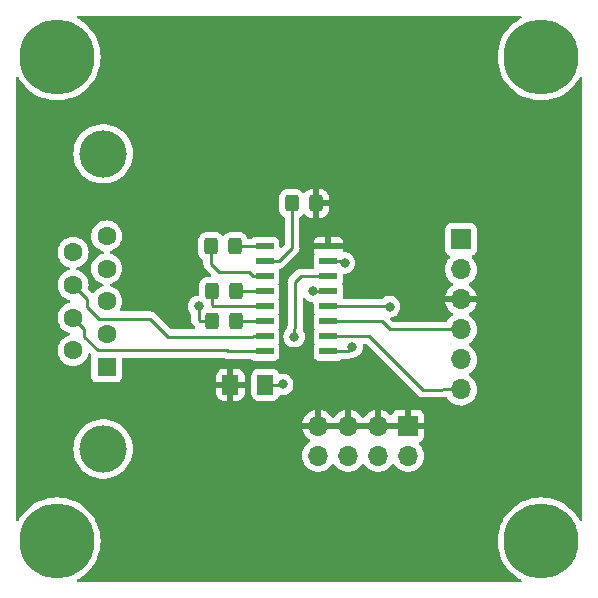
<source format=gtl>
G04 #@! TF.GenerationSoftware,KiCad,Pcbnew,(6.0.1)*
G04 #@! TF.CreationDate,2022-08-01T16:57:01-04:00*
G04 #@! TF.ProjectId,RS232_TTL_Female,52533233-325f-4545-944c-5f46656d616c,rev?*
G04 #@! TF.SameCoordinates,Original*
G04 #@! TF.FileFunction,Copper,L1,Top*
G04 #@! TF.FilePolarity,Positive*
%FSLAX46Y46*%
G04 Gerber Fmt 4.6, Leading zero omitted, Abs format (unit mm)*
G04 Created by KiCad (PCBNEW (6.0.1)) date 2022-08-01 16:57:01*
%MOMM*%
%LPD*%
G01*
G04 APERTURE LIST*
G04 Aperture macros list*
%AMRoundRect*
0 Rectangle with rounded corners*
0 $1 Rounding radius*
0 $2 $3 $4 $5 $6 $7 $8 $9 X,Y pos of 4 corners*
0 Add a 4 corners polygon primitive as box body*
4,1,4,$2,$3,$4,$5,$6,$7,$8,$9,$2,$3,0*
0 Add four circle primitives for the rounded corners*
1,1,$1+$1,$2,$3*
1,1,$1+$1,$4,$5*
1,1,$1+$1,$6,$7*
1,1,$1+$1,$8,$9*
0 Add four rect primitives between the rounded corners*
20,1,$1+$1,$2,$3,$4,$5,0*
20,1,$1+$1,$4,$5,$6,$7,0*
20,1,$1+$1,$6,$7,$8,$9,0*
20,1,$1+$1,$8,$9,$2,$3,0*%
G04 Aperture macros list end*
G04 #@! TA.AperFunction,ComponentPad*
%ADD10C,6.350000*%
G04 #@! TD*
G04 #@! TA.AperFunction,SMDPad,CuDef*
%ADD11RoundRect,0.250000X0.325000X0.450000X-0.325000X0.450000X-0.325000X-0.450000X0.325000X-0.450000X0*%
G04 #@! TD*
G04 #@! TA.AperFunction,SMDPad,CuDef*
%ADD12RoundRect,0.250000X-0.325000X-0.450000X0.325000X-0.450000X0.325000X0.450000X-0.325000X0.450000X0*%
G04 #@! TD*
G04 #@! TA.AperFunction,ComponentPad*
%ADD13R,1.600000X1.600000*%
G04 #@! TD*
G04 #@! TA.AperFunction,ComponentPad*
%ADD14C,1.600000*%
G04 #@! TD*
G04 #@! TA.AperFunction,ComponentPad*
%ADD15C,4.000000*%
G04 #@! TD*
G04 #@! TA.AperFunction,SMDPad,CuDef*
%ADD16R,1.500000X0.600000*%
G04 #@! TD*
G04 #@! TA.AperFunction,ComponentPad*
%ADD17R,1.700000X1.700000*%
G04 #@! TD*
G04 #@! TA.AperFunction,ComponentPad*
%ADD18O,1.700000X1.700000*%
G04 #@! TD*
G04 #@! TA.AperFunction,SMDPad,CuDef*
%ADD19RoundRect,0.250001X-0.462499X-0.624999X0.462499X-0.624999X0.462499X0.624999X-0.462499X0.624999X0*%
G04 #@! TD*
G04 #@! TA.AperFunction,ViaPad*
%ADD20C,0.800000*%
G04 #@! TD*
G04 #@! TA.AperFunction,Conductor*
%ADD21C,0.250000*%
G04 #@! TD*
G04 APERTURE END LIST*
D10*
X101000000Y-74000000D03*
X60000000Y-74000000D03*
X101000000Y-33000000D03*
X60000000Y-33000000D03*
D11*
X75082900Y-49051300D03*
X73032900Y-49051300D03*
X73096400Y-52835900D03*
X75146400Y-52835900D03*
X81940900Y-45419100D03*
X79890900Y-45419100D03*
D12*
X75197200Y-55401300D03*
X73147200Y-55401300D03*
D13*
X64202700Y-59249400D03*
D14*
X64202700Y-56479400D03*
X64202700Y-53709400D03*
X64202700Y-50939400D03*
X64202700Y-48169400D03*
X61362700Y-57864400D03*
X61362700Y-55094400D03*
X61362700Y-52324400D03*
X61362700Y-49554400D03*
D15*
X63902700Y-41209400D03*
X63902700Y-66209400D03*
D16*
X77580900Y-49051300D03*
X77580900Y-50321300D03*
X77580900Y-51591300D03*
X77580900Y-52861300D03*
X77580900Y-54131300D03*
X77580900Y-55401300D03*
X77580900Y-56671300D03*
X77580900Y-57941300D03*
X82980900Y-57941300D03*
X82980900Y-56671300D03*
X82980900Y-55401300D03*
X82980900Y-54131300D03*
X82980900Y-52861300D03*
X82980900Y-51591300D03*
X82980900Y-50321300D03*
X82980900Y-49051300D03*
D17*
X94200100Y-48467100D03*
D18*
X94200100Y-51007100D03*
X94200100Y-53547100D03*
X94200100Y-56087100D03*
X94200100Y-58627100D03*
X94200100Y-61167100D03*
D19*
X74677300Y-60782800D03*
X77652300Y-60782800D03*
D17*
X89717000Y-64240500D03*
D18*
X89717000Y-66780500D03*
X87177000Y-64240500D03*
X87177000Y-66780500D03*
X84637000Y-64240500D03*
X84637000Y-66780500D03*
X82097000Y-64240500D03*
X82097000Y-66780500D03*
D20*
X84344900Y-50448300D03*
X71987800Y-54131300D03*
X79111200Y-60744700D03*
X80077700Y-56696700D03*
X81716000Y-52861300D03*
X84979900Y-57560300D03*
X88156700Y-54156700D03*
D21*
X75082900Y-49051300D02*
X77580900Y-49051300D01*
X76580900Y-51591300D02*
X76225300Y-51235700D01*
X77580900Y-51591300D02*
X76580900Y-51591300D01*
X76225300Y-51235700D02*
X73753100Y-51235700D01*
X73032900Y-50515500D02*
X73032900Y-49051300D01*
X73753100Y-51235700D02*
X73032900Y-50515500D01*
X77580900Y-54131300D02*
X73245100Y-54131300D01*
X73096400Y-53982600D02*
X73096400Y-52835900D01*
X73245100Y-54131300D02*
X73096400Y-53982600D01*
X77580900Y-52861300D02*
X75171800Y-52861300D01*
X82980900Y-50321300D02*
X84217900Y-50321300D01*
X84217900Y-50321300D02*
X84344900Y-50448300D01*
X73147200Y-55401300D02*
X72114800Y-55401300D01*
X72114800Y-55401300D02*
X71987800Y-55274300D01*
X71987800Y-55274300D02*
X71987800Y-54131300D01*
X77652300Y-60782800D02*
X79073100Y-60782800D01*
X79073100Y-60782800D02*
X79111200Y-60744700D01*
X77580900Y-50321300D02*
X78756900Y-50321300D01*
X78756900Y-50321300D02*
X79899900Y-49178300D01*
X79899900Y-49178300D02*
X79899900Y-45428100D01*
X77580900Y-55401300D02*
X75197200Y-55401300D01*
X80661900Y-51591300D02*
X82980900Y-51591300D01*
X80153900Y-52099300D02*
X80661900Y-51591300D01*
X80077700Y-56696700D02*
X80077700Y-56074400D01*
X80077700Y-56074400D02*
X80166600Y-55985500D01*
X80166600Y-55985500D02*
X80166600Y-55058400D01*
X80166600Y-55058400D02*
X80153900Y-52099300D01*
X82980900Y-52861300D02*
X81716000Y-52861300D01*
X74451600Y-57941300D02*
X77580900Y-57941300D01*
X62297700Y-56709400D02*
X63440700Y-57852400D01*
X61362700Y-55094400D02*
X62297700Y-56029400D01*
X62297700Y-56029400D02*
X62297700Y-56709400D01*
X63440700Y-57852400D02*
X74362700Y-57852400D01*
X74362700Y-57852400D02*
X74451600Y-57941300D01*
X62551700Y-53513400D02*
X61362700Y-52324400D01*
X62551700Y-54169400D02*
X62551700Y-53513400D01*
X63567700Y-55185400D02*
X62551700Y-54169400D01*
X76580900Y-56671300D02*
X76568200Y-56684000D01*
X67868700Y-55185400D02*
X63567700Y-55185400D01*
X77580900Y-56671300D02*
X76580900Y-56671300D01*
X76568200Y-56684000D02*
X69367300Y-56684000D01*
X69367300Y-56684000D02*
X67868700Y-55185400D01*
X82980900Y-57941300D02*
X84598900Y-57941300D01*
X84598900Y-57941300D02*
X84979900Y-57560300D01*
X94200100Y-56087100D02*
X88167600Y-56087100D01*
X87481800Y-55401300D02*
X82980900Y-55401300D01*
X88167600Y-56087100D02*
X87481800Y-55401300D01*
X82980900Y-54131300D02*
X88131300Y-54131300D01*
X88131300Y-54131300D02*
X88156700Y-54156700D01*
X86427700Y-56671300D02*
X90948900Y-61192500D01*
X82980900Y-56671300D02*
X86427700Y-56671300D01*
X94200100Y-61167100D02*
X90948900Y-61192500D01*
G04 #@! TA.AperFunction,Conductor*
G36*
X99283123Y-29528002D02*
G01*
X99329616Y-29581658D01*
X99339720Y-29651932D01*
X99310226Y-29716512D01*
X99272205Y-29746267D01*
X99155723Y-29805618D01*
X98831922Y-30015896D01*
X98531875Y-30258869D01*
X98258869Y-30531875D01*
X98015896Y-30831922D01*
X97805618Y-31155723D01*
X97630337Y-31499730D01*
X97491976Y-31860174D01*
X97392049Y-32233106D01*
X97391533Y-32236367D01*
X97332873Y-32606728D01*
X97331651Y-32614441D01*
X97311445Y-33000000D01*
X97331651Y-33385559D01*
X97392049Y-33766894D01*
X97491976Y-34139826D01*
X97630337Y-34500270D01*
X97631835Y-34503210D01*
X97804119Y-34841335D01*
X97805618Y-34844277D01*
X98015896Y-35168078D01*
X98258869Y-35468125D01*
X98531875Y-35741131D01*
X98831922Y-35984104D01*
X99155722Y-36194382D01*
X99158656Y-36195877D01*
X99158663Y-36195881D01*
X99496790Y-36368165D01*
X99499730Y-36369663D01*
X99860174Y-36508024D01*
X100233106Y-36607951D01*
X100435643Y-36640030D01*
X100611193Y-36667835D01*
X100611201Y-36667836D01*
X100614441Y-36668349D01*
X101000000Y-36688555D01*
X101385559Y-36668349D01*
X101388799Y-36667836D01*
X101388807Y-36667835D01*
X101564357Y-36640030D01*
X101766894Y-36607951D01*
X102139826Y-36508024D01*
X102500270Y-36369663D01*
X102503210Y-36368165D01*
X102841337Y-36195881D01*
X102841344Y-36195877D01*
X102844278Y-36194382D01*
X103168078Y-35984104D01*
X103468125Y-35741131D01*
X103741131Y-35468125D01*
X103984104Y-35168078D01*
X104194382Y-34844277D01*
X104253733Y-34727795D01*
X104302482Y-34676180D01*
X104371397Y-34659114D01*
X104438598Y-34682015D01*
X104482750Y-34737613D01*
X104492000Y-34784998D01*
X104492000Y-72215002D01*
X104471998Y-72283123D01*
X104418342Y-72329616D01*
X104348068Y-72339720D01*
X104283488Y-72310226D01*
X104253733Y-72272205D01*
X104195881Y-72158665D01*
X104194382Y-72155723D01*
X103984104Y-71831922D01*
X103741131Y-71531875D01*
X103468125Y-71258869D01*
X103168078Y-71015896D01*
X102844278Y-70805618D01*
X102841344Y-70804123D01*
X102841337Y-70804119D01*
X102503210Y-70631835D01*
X102500270Y-70630337D01*
X102139826Y-70491976D01*
X101766894Y-70392049D01*
X101564357Y-70359970D01*
X101388807Y-70332165D01*
X101388799Y-70332164D01*
X101385559Y-70331651D01*
X101000000Y-70311445D01*
X100614441Y-70331651D01*
X100611201Y-70332164D01*
X100611193Y-70332165D01*
X100435643Y-70359970D01*
X100233106Y-70392049D01*
X99860174Y-70491976D01*
X99499730Y-70630337D01*
X99496790Y-70631835D01*
X99158664Y-70804119D01*
X99158657Y-70804123D01*
X99155723Y-70805618D01*
X98831922Y-71015896D01*
X98531875Y-71258869D01*
X98258869Y-71531875D01*
X98015896Y-71831922D01*
X97805618Y-72155723D01*
X97804123Y-72158657D01*
X97804119Y-72158664D01*
X97746267Y-72272205D01*
X97630337Y-72499730D01*
X97491976Y-72860174D01*
X97392049Y-73233106D01*
X97331651Y-73614441D01*
X97311445Y-74000000D01*
X97331651Y-74385559D01*
X97332164Y-74388799D01*
X97332165Y-74388807D01*
X97359970Y-74564357D01*
X97392049Y-74766894D01*
X97491976Y-75139826D01*
X97630337Y-75500270D01*
X97805618Y-75844277D01*
X98015896Y-76168078D01*
X98258869Y-76468125D01*
X98531875Y-76741131D01*
X98831922Y-76984104D01*
X99155722Y-77194382D01*
X99158656Y-77195877D01*
X99158663Y-77195881D01*
X99272205Y-77253733D01*
X99323820Y-77302481D01*
X99340886Y-77371396D01*
X99317985Y-77438598D01*
X99262388Y-77482750D01*
X99215002Y-77492000D01*
X61784998Y-77492000D01*
X61716877Y-77471998D01*
X61670384Y-77418342D01*
X61660280Y-77348068D01*
X61689774Y-77283488D01*
X61727795Y-77253733D01*
X61841337Y-77195881D01*
X61841344Y-77195877D01*
X61844278Y-77194382D01*
X62168078Y-76984104D01*
X62468125Y-76741131D01*
X62741131Y-76468125D01*
X62984104Y-76168078D01*
X63194382Y-75844277D01*
X63369663Y-75500270D01*
X63508024Y-75139826D01*
X63607951Y-74766894D01*
X63640030Y-74564357D01*
X63667835Y-74388807D01*
X63667836Y-74388799D01*
X63668349Y-74385559D01*
X63688555Y-74000000D01*
X63668349Y-73614441D01*
X63607951Y-73233106D01*
X63508024Y-72860174D01*
X63369663Y-72499730D01*
X63253733Y-72272205D01*
X63195881Y-72158664D01*
X63195877Y-72158657D01*
X63194382Y-72155723D01*
X62984104Y-71831922D01*
X62741131Y-71531875D01*
X62468125Y-71258869D01*
X62168078Y-71015896D01*
X61844278Y-70805618D01*
X61841344Y-70804123D01*
X61841337Y-70804119D01*
X61503210Y-70631835D01*
X61500270Y-70630337D01*
X61139826Y-70491976D01*
X60766894Y-70392049D01*
X60564357Y-70359970D01*
X60388807Y-70332165D01*
X60388799Y-70332164D01*
X60385559Y-70331651D01*
X60000000Y-70311445D01*
X59614441Y-70331651D01*
X59611201Y-70332164D01*
X59611193Y-70332165D01*
X59435643Y-70359970D01*
X59233106Y-70392049D01*
X58860174Y-70491976D01*
X58499730Y-70630337D01*
X58496790Y-70631835D01*
X58158664Y-70804119D01*
X58158657Y-70804123D01*
X58155723Y-70805618D01*
X57831922Y-71015896D01*
X57531875Y-71258869D01*
X57258869Y-71531875D01*
X57015896Y-71831922D01*
X56805618Y-72155723D01*
X56804119Y-72158665D01*
X56746267Y-72272205D01*
X56697518Y-72323820D01*
X56628603Y-72340886D01*
X56561402Y-72317985D01*
X56517250Y-72262387D01*
X56508000Y-72215002D01*
X56508000Y-66209400D01*
X61389240Y-66209400D01*
X61409059Y-66524420D01*
X61468205Y-66834472D01*
X61565744Y-67134666D01*
X61567431Y-67138252D01*
X61567433Y-67138256D01*
X61698450Y-67416683D01*
X61698454Y-67416690D01*
X61700138Y-67420269D01*
X61869268Y-67686775D01*
X62070467Y-67929982D01*
X62073357Y-67932696D01*
X62073358Y-67932697D01*
X62095695Y-67953673D01*
X62300560Y-68146054D01*
X62555921Y-68331584D01*
X62832521Y-68483647D01*
X62836190Y-68485100D01*
X62836195Y-68485102D01*
X63122328Y-68598390D01*
X63125998Y-68599843D01*
X63431725Y-68678340D01*
X63744879Y-68717900D01*
X64060521Y-68717900D01*
X64373675Y-68678340D01*
X64679402Y-68599843D01*
X64683072Y-68598390D01*
X64969205Y-68485102D01*
X64969210Y-68485100D01*
X64972879Y-68483647D01*
X65249479Y-68331584D01*
X65504840Y-68146054D01*
X65709705Y-67953673D01*
X65732042Y-67932697D01*
X65732043Y-67932696D01*
X65734933Y-67929982D01*
X65936132Y-67686775D01*
X66105262Y-67420269D01*
X66106946Y-67416690D01*
X66106950Y-67416683D01*
X66237967Y-67138256D01*
X66237969Y-67138252D01*
X66239656Y-67134666D01*
X66337195Y-66834472D01*
X66353844Y-66747195D01*
X80734251Y-66747195D01*
X80734548Y-66752348D01*
X80734548Y-66752351D01*
X80740011Y-66847090D01*
X80747110Y-66970215D01*
X80748247Y-66975261D01*
X80748248Y-66975267D01*
X80768119Y-67063439D01*
X80796222Y-67188139D01*
X80880266Y-67395116D01*
X80931019Y-67477938D01*
X80994291Y-67581188D01*
X80996987Y-67585588D01*
X81143250Y-67754438D01*
X81315126Y-67897132D01*
X81508000Y-68009838D01*
X81716692Y-68089530D01*
X81721760Y-68090561D01*
X81721763Y-68090562D01*
X81829017Y-68112383D01*
X81935597Y-68134067D01*
X81940772Y-68134257D01*
X81940774Y-68134257D01*
X82153673Y-68142064D01*
X82153677Y-68142064D01*
X82158837Y-68142253D01*
X82163957Y-68141597D01*
X82163959Y-68141597D01*
X82375288Y-68114525D01*
X82375289Y-68114525D01*
X82380416Y-68113868D01*
X82385366Y-68112383D01*
X82589429Y-68051161D01*
X82589434Y-68051159D01*
X82594384Y-68049674D01*
X82794994Y-67951396D01*
X82976860Y-67821673D01*
X83135096Y-67663989D01*
X83194594Y-67581189D01*
X83265453Y-67482577D01*
X83266776Y-67483528D01*
X83313645Y-67440357D01*
X83383580Y-67428125D01*
X83449026Y-67455644D01*
X83476875Y-67487494D01*
X83536987Y-67585588D01*
X83683250Y-67754438D01*
X83855126Y-67897132D01*
X84048000Y-68009838D01*
X84256692Y-68089530D01*
X84261760Y-68090561D01*
X84261763Y-68090562D01*
X84369017Y-68112383D01*
X84475597Y-68134067D01*
X84480772Y-68134257D01*
X84480774Y-68134257D01*
X84693673Y-68142064D01*
X84693677Y-68142064D01*
X84698837Y-68142253D01*
X84703957Y-68141597D01*
X84703959Y-68141597D01*
X84915288Y-68114525D01*
X84915289Y-68114525D01*
X84920416Y-68113868D01*
X84925366Y-68112383D01*
X85129429Y-68051161D01*
X85129434Y-68051159D01*
X85134384Y-68049674D01*
X85334994Y-67951396D01*
X85516860Y-67821673D01*
X85675096Y-67663989D01*
X85734594Y-67581189D01*
X85805453Y-67482577D01*
X85806776Y-67483528D01*
X85853645Y-67440357D01*
X85923580Y-67428125D01*
X85989026Y-67455644D01*
X86016875Y-67487494D01*
X86076987Y-67585588D01*
X86223250Y-67754438D01*
X86395126Y-67897132D01*
X86588000Y-68009838D01*
X86796692Y-68089530D01*
X86801760Y-68090561D01*
X86801763Y-68090562D01*
X86909017Y-68112383D01*
X87015597Y-68134067D01*
X87020772Y-68134257D01*
X87020774Y-68134257D01*
X87233673Y-68142064D01*
X87233677Y-68142064D01*
X87238837Y-68142253D01*
X87243957Y-68141597D01*
X87243959Y-68141597D01*
X87455288Y-68114525D01*
X87455289Y-68114525D01*
X87460416Y-68113868D01*
X87465366Y-68112383D01*
X87669429Y-68051161D01*
X87669434Y-68051159D01*
X87674384Y-68049674D01*
X87874994Y-67951396D01*
X88056860Y-67821673D01*
X88215096Y-67663989D01*
X88274594Y-67581189D01*
X88345453Y-67482577D01*
X88346776Y-67483528D01*
X88393645Y-67440357D01*
X88463580Y-67428125D01*
X88529026Y-67455644D01*
X88556875Y-67487494D01*
X88616987Y-67585588D01*
X88763250Y-67754438D01*
X88935126Y-67897132D01*
X89128000Y-68009838D01*
X89336692Y-68089530D01*
X89341760Y-68090561D01*
X89341763Y-68090562D01*
X89449017Y-68112383D01*
X89555597Y-68134067D01*
X89560772Y-68134257D01*
X89560774Y-68134257D01*
X89773673Y-68142064D01*
X89773677Y-68142064D01*
X89778837Y-68142253D01*
X89783957Y-68141597D01*
X89783959Y-68141597D01*
X89995288Y-68114525D01*
X89995289Y-68114525D01*
X90000416Y-68113868D01*
X90005366Y-68112383D01*
X90209429Y-68051161D01*
X90209434Y-68051159D01*
X90214384Y-68049674D01*
X90414994Y-67951396D01*
X90596860Y-67821673D01*
X90755096Y-67663989D01*
X90814594Y-67581189D01*
X90882435Y-67486777D01*
X90885453Y-67482577D01*
X90906320Y-67440357D01*
X90982136Y-67286953D01*
X90982137Y-67286951D01*
X90984430Y-67282311D01*
X91029288Y-67134666D01*
X91047865Y-67073523D01*
X91047865Y-67073521D01*
X91049370Y-67068569D01*
X91078529Y-66847090D01*
X91080156Y-66780500D01*
X91061852Y-66557861D01*
X91007431Y-66341202D01*
X90918354Y-66136340D01*
X90797014Y-65948777D01*
X90793538Y-65944957D01*
X90793533Y-65944950D01*
X90649435Y-65786588D01*
X90618383Y-65722742D01*
X90626779Y-65652244D01*
X90671956Y-65597476D01*
X90698400Y-65583807D01*
X90805052Y-65543825D01*
X90820649Y-65535286D01*
X90922724Y-65458785D01*
X90935285Y-65446224D01*
X91011786Y-65344149D01*
X91020324Y-65328554D01*
X91065478Y-65208106D01*
X91069105Y-65192851D01*
X91074631Y-65141986D01*
X91075000Y-65135172D01*
X91075000Y-64512615D01*
X91070525Y-64497376D01*
X91069135Y-64496171D01*
X91061452Y-64494500D01*
X80780225Y-64494500D01*
X80766694Y-64498473D01*
X80765257Y-64508466D01*
X80795565Y-64642946D01*
X80798645Y-64652775D01*
X80878770Y-64850103D01*
X80883413Y-64859294D01*
X80994694Y-65040888D01*
X81000777Y-65049199D01*
X81140213Y-65210167D01*
X81147580Y-65217383D01*
X81311434Y-65353416D01*
X81319881Y-65359331D01*
X81388969Y-65399703D01*
X81437693Y-65451342D01*
X81450764Y-65521125D01*
X81424033Y-65586896D01*
X81383584Y-65620252D01*
X81370607Y-65627007D01*
X81366474Y-65630110D01*
X81366471Y-65630112D01*
X81196100Y-65758030D01*
X81191965Y-65761135D01*
X81037629Y-65922638D01*
X80911743Y-66107180D01*
X80817688Y-66309805D01*
X80757989Y-66525070D01*
X80734251Y-66747195D01*
X66353844Y-66747195D01*
X66396341Y-66524420D01*
X66416160Y-66209400D01*
X66396341Y-65894380D01*
X66337195Y-65584328D01*
X66239656Y-65284134D01*
X66236600Y-65277639D01*
X66106950Y-65002117D01*
X66106946Y-65002110D01*
X66105262Y-64998531D01*
X65936132Y-64732025D01*
X65734933Y-64488818D01*
X65504840Y-64272746D01*
X65249479Y-64087216D01*
X65066279Y-63986500D01*
X65044784Y-63974683D01*
X80761389Y-63974683D01*
X80762912Y-63983107D01*
X80775292Y-63986500D01*
X81824885Y-63986500D01*
X81840124Y-63982025D01*
X81841329Y-63980635D01*
X81843000Y-63972952D01*
X81843000Y-63968385D01*
X82351000Y-63968385D01*
X82355475Y-63983624D01*
X82356865Y-63984829D01*
X82364548Y-63986500D01*
X84364885Y-63986500D01*
X84380124Y-63982025D01*
X84381329Y-63980635D01*
X84383000Y-63972952D01*
X84383000Y-63968385D01*
X84891000Y-63968385D01*
X84895475Y-63983624D01*
X84896865Y-63984829D01*
X84904548Y-63986500D01*
X86904885Y-63986500D01*
X86920124Y-63982025D01*
X86921329Y-63980635D01*
X86923000Y-63972952D01*
X86923000Y-63968385D01*
X87431000Y-63968385D01*
X87435475Y-63983624D01*
X87436865Y-63984829D01*
X87444548Y-63986500D01*
X89444885Y-63986500D01*
X89460124Y-63982025D01*
X89461329Y-63980635D01*
X89463000Y-63972952D01*
X89463000Y-63968385D01*
X89971000Y-63968385D01*
X89975475Y-63983624D01*
X89976865Y-63984829D01*
X89984548Y-63986500D01*
X91056884Y-63986500D01*
X91072123Y-63982025D01*
X91073328Y-63980635D01*
X91074999Y-63972952D01*
X91074999Y-63345831D01*
X91074629Y-63339010D01*
X91069105Y-63288148D01*
X91065479Y-63272896D01*
X91020324Y-63152446D01*
X91011786Y-63136851D01*
X90935285Y-63034776D01*
X90922724Y-63022215D01*
X90820649Y-62945714D01*
X90805054Y-62937176D01*
X90684606Y-62892022D01*
X90669351Y-62888395D01*
X90618486Y-62882869D01*
X90611672Y-62882500D01*
X89989115Y-62882500D01*
X89973876Y-62886975D01*
X89972671Y-62888365D01*
X89971000Y-62896048D01*
X89971000Y-63968385D01*
X89463000Y-63968385D01*
X89463000Y-62900616D01*
X89458525Y-62885377D01*
X89457135Y-62884172D01*
X89449452Y-62882501D01*
X88822331Y-62882501D01*
X88815510Y-62882871D01*
X88764648Y-62888395D01*
X88749396Y-62892021D01*
X88628946Y-62937176D01*
X88613351Y-62945714D01*
X88511276Y-63022215D01*
X88498715Y-63034776D01*
X88422214Y-63136851D01*
X88413676Y-63152446D01*
X88372100Y-63263349D01*
X88329458Y-63320113D01*
X88262897Y-63344813D01*
X88193548Y-63329605D01*
X88160925Y-63303919D01*
X88109806Y-63247740D01*
X88102273Y-63240715D01*
X87935139Y-63108722D01*
X87926552Y-63103017D01*
X87740117Y-63000099D01*
X87730705Y-62995869D01*
X87529959Y-62924780D01*
X87519988Y-62922146D01*
X87448837Y-62909472D01*
X87435540Y-62910932D01*
X87431000Y-62925489D01*
X87431000Y-63968385D01*
X86923000Y-63968385D01*
X86923000Y-62923602D01*
X86919082Y-62910258D01*
X86904806Y-62908271D01*
X86866324Y-62914160D01*
X86856288Y-62916551D01*
X86653868Y-62982712D01*
X86644359Y-62986709D01*
X86455463Y-63085042D01*
X86446738Y-63090536D01*
X86276433Y-63218405D01*
X86268726Y-63225248D01*
X86121590Y-63379217D01*
X86115104Y-63387227D01*
X86010193Y-63541021D01*
X85955282Y-63586024D01*
X85884757Y-63594195D01*
X85821010Y-63562941D01*
X85800313Y-63538457D01*
X85719427Y-63413426D01*
X85713136Y-63405257D01*
X85569806Y-63247740D01*
X85562273Y-63240715D01*
X85395139Y-63108722D01*
X85386552Y-63103017D01*
X85200117Y-63000099D01*
X85190705Y-62995869D01*
X84989959Y-62924780D01*
X84979988Y-62922146D01*
X84908837Y-62909472D01*
X84895540Y-62910932D01*
X84891000Y-62925489D01*
X84891000Y-63968385D01*
X84383000Y-63968385D01*
X84383000Y-62923602D01*
X84379082Y-62910258D01*
X84364806Y-62908271D01*
X84326324Y-62914160D01*
X84316288Y-62916551D01*
X84113868Y-62982712D01*
X84104359Y-62986709D01*
X83915463Y-63085042D01*
X83906738Y-63090536D01*
X83736433Y-63218405D01*
X83728726Y-63225248D01*
X83581590Y-63379217D01*
X83575104Y-63387227D01*
X83470193Y-63541021D01*
X83415282Y-63586024D01*
X83344757Y-63594195D01*
X83281010Y-63562941D01*
X83260313Y-63538457D01*
X83179427Y-63413426D01*
X83173136Y-63405257D01*
X83029806Y-63247740D01*
X83022273Y-63240715D01*
X82855139Y-63108722D01*
X82846552Y-63103017D01*
X82660117Y-63000099D01*
X82650705Y-62995869D01*
X82449959Y-62924780D01*
X82439988Y-62922146D01*
X82368837Y-62909472D01*
X82355540Y-62910932D01*
X82351000Y-62925489D01*
X82351000Y-63968385D01*
X81843000Y-63968385D01*
X81843000Y-62923602D01*
X81839082Y-62910258D01*
X81824806Y-62908271D01*
X81786324Y-62914160D01*
X81776288Y-62916551D01*
X81573868Y-62982712D01*
X81564359Y-62986709D01*
X81375463Y-63085042D01*
X81366738Y-63090536D01*
X81196433Y-63218405D01*
X81188726Y-63225248D01*
X81041590Y-63379217D01*
X81035104Y-63387227D01*
X80915098Y-63563149D01*
X80910000Y-63572123D01*
X80820338Y-63765283D01*
X80816775Y-63774970D01*
X80761389Y-63974683D01*
X65044784Y-63974683D01*
X64976348Y-63937060D01*
X64976347Y-63937059D01*
X64972879Y-63935153D01*
X64969210Y-63933700D01*
X64969205Y-63933698D01*
X64683072Y-63820410D01*
X64683071Y-63820410D01*
X64679402Y-63818957D01*
X64373675Y-63740460D01*
X64060521Y-63700900D01*
X63744879Y-63700900D01*
X63431725Y-63740460D01*
X63125998Y-63818957D01*
X63122329Y-63820410D01*
X63122328Y-63820410D01*
X62836195Y-63933698D01*
X62836190Y-63933700D01*
X62832521Y-63935153D01*
X62829053Y-63937059D01*
X62829052Y-63937060D01*
X62739122Y-63986500D01*
X62555921Y-64087216D01*
X62300560Y-64272746D01*
X62070467Y-64488818D01*
X61869268Y-64732025D01*
X61700138Y-64998531D01*
X61698454Y-65002110D01*
X61698450Y-65002117D01*
X61568800Y-65277639D01*
X61565744Y-65284134D01*
X61468205Y-65584328D01*
X61409059Y-65894380D01*
X61389240Y-66209400D01*
X56508000Y-66209400D01*
X56508000Y-61454896D01*
X73456800Y-61454896D01*
X73457137Y-61461411D01*
X73467056Y-61557003D01*
X73469950Y-61570402D01*
X73521388Y-61724583D01*
X73527562Y-61737762D01*
X73612863Y-61875607D01*
X73621899Y-61887008D01*
X73736630Y-62001539D01*
X73748041Y-62010551D01*
X73886045Y-62095618D01*
X73899223Y-62101762D01*
X74053516Y-62152939D01*
X74066881Y-62155805D01*
X74161239Y-62165472D01*
X74167655Y-62165800D01*
X74405185Y-62165800D01*
X74420424Y-62161325D01*
X74421629Y-62159935D01*
X74423300Y-62152252D01*
X74423300Y-62147685D01*
X74931300Y-62147685D01*
X74935775Y-62162924D01*
X74937165Y-62164129D01*
X74944848Y-62165800D01*
X75186896Y-62165800D01*
X75193411Y-62165463D01*
X75289003Y-62155544D01*
X75302402Y-62152650D01*
X75456583Y-62101212D01*
X75469762Y-62095038D01*
X75607607Y-62009737D01*
X75619008Y-62000701D01*
X75733539Y-61885970D01*
X75742551Y-61874559D01*
X75827618Y-61736555D01*
X75833762Y-61723377D01*
X75884939Y-61569084D01*
X75887805Y-61555719D01*
X75897472Y-61461361D01*
X75897634Y-61458200D01*
X76431300Y-61458200D01*
X76431637Y-61461446D01*
X76431637Y-61461450D01*
X76441552Y-61557003D01*
X76442274Y-61563965D01*
X76444455Y-61570501D01*
X76444455Y-61570503D01*
X76479742Y-61676270D01*
X76498250Y-61731745D01*
X76591322Y-61882148D01*
X76716497Y-62007105D01*
X76722727Y-62010945D01*
X76722728Y-62010946D01*
X76859890Y-62095494D01*
X76867062Y-62099915D01*
X76946805Y-62126364D01*
X77028411Y-62153432D01*
X77028413Y-62153432D01*
X77034939Y-62155597D01*
X77041775Y-62156297D01*
X77041778Y-62156298D01*
X77084831Y-62160709D01*
X77139400Y-62166300D01*
X78165200Y-62166300D01*
X78168446Y-62165963D01*
X78168450Y-62165963D01*
X78264107Y-62156038D01*
X78264111Y-62156037D01*
X78270965Y-62155326D01*
X78277501Y-62153145D01*
X78277503Y-62153145D01*
X78409605Y-62109072D01*
X78438745Y-62099350D01*
X78589148Y-62006278D01*
X78714105Y-61881103D01*
X78718139Y-61874559D01*
X78803075Y-61736768D01*
X78803076Y-61736766D01*
X78806915Y-61730538D01*
X78809219Y-61723591D01*
X78812313Y-61716956D01*
X78813521Y-61717519D01*
X78849566Y-61665494D01*
X78915132Y-61638260D01*
X78954921Y-61640279D01*
X79009247Y-61651827D01*
X79009260Y-61651828D01*
X79015713Y-61653200D01*
X79206687Y-61653200D01*
X79213139Y-61651828D01*
X79213144Y-61651828D01*
X79300087Y-61633347D01*
X79393488Y-61613494D01*
X79404195Y-61608727D01*
X79561922Y-61538503D01*
X79561924Y-61538502D01*
X79567952Y-61535818D01*
X79722453Y-61423566D01*
X79850240Y-61281644D01*
X79945727Y-61116256D01*
X80004742Y-60934628D01*
X80024704Y-60744700D01*
X80004742Y-60554772D01*
X79945727Y-60373144D01*
X79850240Y-60207756D01*
X79816381Y-60170151D01*
X79726875Y-60070745D01*
X79726874Y-60070744D01*
X79722453Y-60065834D01*
X79595737Y-59973769D01*
X79573294Y-59957463D01*
X79573293Y-59957462D01*
X79567952Y-59953582D01*
X79561924Y-59950898D01*
X79561922Y-59950897D01*
X79399519Y-59878591D01*
X79399518Y-59878591D01*
X79393488Y-59875906D01*
X79278315Y-59851425D01*
X79213144Y-59837572D01*
X79213139Y-59837572D01*
X79206687Y-59836200D01*
X79015713Y-59836200D01*
X79009253Y-59837573D01*
X79009254Y-59837573D01*
X78918668Y-59856827D01*
X78847878Y-59851425D01*
X78791245Y-59808608D01*
X78785328Y-59799883D01*
X78717132Y-59689680D01*
X78713278Y-59683452D01*
X78588103Y-59558495D01*
X78516304Y-59514237D01*
X78443768Y-59469525D01*
X78443766Y-59469524D01*
X78437538Y-59465685D01*
X78336547Y-59432188D01*
X78276189Y-59412168D01*
X78276187Y-59412168D01*
X78269661Y-59410003D01*
X78262825Y-59409303D01*
X78262822Y-59409302D01*
X78219769Y-59404891D01*
X78165200Y-59399300D01*
X77139400Y-59399300D01*
X77136154Y-59399637D01*
X77136150Y-59399637D01*
X77040493Y-59409562D01*
X77040489Y-59409563D01*
X77033635Y-59410274D01*
X77027099Y-59412455D01*
X77027097Y-59412455D01*
X77010732Y-59417915D01*
X76865855Y-59466250D01*
X76715452Y-59559322D01*
X76590495Y-59684497D01*
X76586655Y-59690727D01*
X76586654Y-59690728D01*
X76513992Y-59808608D01*
X76497685Y-59835062D01*
X76495381Y-59842009D01*
X76444571Y-59995198D01*
X76442003Y-60002939D01*
X76441303Y-60009775D01*
X76441302Y-60009778D01*
X76440910Y-60013607D01*
X76431300Y-60107400D01*
X76431300Y-61458200D01*
X75897634Y-61458200D01*
X75897800Y-61454945D01*
X75897800Y-61054915D01*
X75893325Y-61039676D01*
X75891935Y-61038471D01*
X75884252Y-61036800D01*
X74949415Y-61036800D01*
X74934176Y-61041275D01*
X74932971Y-61042665D01*
X74931300Y-61050348D01*
X74931300Y-62147685D01*
X74423300Y-62147685D01*
X74423300Y-61054915D01*
X74418825Y-61039676D01*
X74417435Y-61038471D01*
X74409752Y-61036800D01*
X73474915Y-61036800D01*
X73459676Y-61041275D01*
X73458471Y-61042665D01*
X73456800Y-61050348D01*
X73456800Y-61454896D01*
X56508000Y-61454896D01*
X56508000Y-57864400D01*
X60049202Y-57864400D01*
X60069157Y-58092487D01*
X60070581Y-58097800D01*
X60070581Y-58097802D01*
X60121014Y-58286017D01*
X60128416Y-58313643D01*
X60130739Y-58318624D01*
X60130739Y-58318625D01*
X60222851Y-58516162D01*
X60222854Y-58516167D01*
X60225177Y-58521149D01*
X60279655Y-58598951D01*
X60340978Y-58686529D01*
X60356502Y-58708700D01*
X60518400Y-58870598D01*
X60522908Y-58873755D01*
X60522911Y-58873757D01*
X60574727Y-58910039D01*
X60705951Y-59001923D01*
X60710933Y-59004246D01*
X60710938Y-59004249D01*
X60908475Y-59096361D01*
X60913457Y-59098684D01*
X60918765Y-59100106D01*
X60918767Y-59100107D01*
X61129298Y-59156519D01*
X61129300Y-59156519D01*
X61134613Y-59157943D01*
X61362700Y-59177898D01*
X61590787Y-59157943D01*
X61596100Y-59156519D01*
X61596102Y-59156519D01*
X61806633Y-59100107D01*
X61806635Y-59100106D01*
X61811943Y-59098684D01*
X61816925Y-59096361D01*
X62014462Y-59004249D01*
X62014467Y-59004246D01*
X62019449Y-59001923D01*
X62150673Y-58910039D01*
X62202489Y-58873757D01*
X62202492Y-58873755D01*
X62207000Y-58870598D01*
X62368898Y-58708700D01*
X62384423Y-58686529D01*
X62445745Y-58598951D01*
X62500223Y-58521149D01*
X62502546Y-58516167D01*
X62502549Y-58516162D01*
X62594661Y-58318625D01*
X62594661Y-58318624D01*
X62596984Y-58313643D01*
X62626944Y-58201833D01*
X62663895Y-58141211D01*
X62727755Y-58110190D01*
X62798250Y-58118618D01*
X62837745Y-58145350D01*
X62879181Y-58186786D01*
X62913207Y-58249098D01*
X62908068Y-58320110D01*
X62900955Y-58339084D01*
X62900102Y-58346932D01*
X62900102Y-58346934D01*
X62899323Y-58354103D01*
X62894200Y-58401266D01*
X62894200Y-60097534D01*
X62900955Y-60159716D01*
X62952085Y-60296105D01*
X63039439Y-60412661D01*
X63155995Y-60500015D01*
X63292384Y-60551145D01*
X63354566Y-60557900D01*
X65050834Y-60557900D01*
X65113016Y-60551145D01*
X65220943Y-60510685D01*
X73456800Y-60510685D01*
X73461275Y-60525924D01*
X73462665Y-60527129D01*
X73470348Y-60528800D01*
X74405185Y-60528800D01*
X74420424Y-60524325D01*
X74421629Y-60522935D01*
X74423300Y-60515252D01*
X74423300Y-60510685D01*
X74931300Y-60510685D01*
X74935775Y-60525924D01*
X74937165Y-60527129D01*
X74944848Y-60528800D01*
X75879685Y-60528800D01*
X75894924Y-60524325D01*
X75896129Y-60522935D01*
X75897800Y-60515252D01*
X75897800Y-60110704D01*
X75897463Y-60104189D01*
X75887544Y-60008597D01*
X75884650Y-59995198D01*
X75833212Y-59841017D01*
X75827038Y-59827838D01*
X75741737Y-59689993D01*
X75732701Y-59678592D01*
X75617970Y-59564061D01*
X75606559Y-59555049D01*
X75468555Y-59469982D01*
X75455377Y-59463838D01*
X75301084Y-59412661D01*
X75287719Y-59409795D01*
X75193361Y-59400128D01*
X75186944Y-59399800D01*
X74949415Y-59399800D01*
X74934176Y-59404275D01*
X74932971Y-59405665D01*
X74931300Y-59413348D01*
X74931300Y-60510685D01*
X74423300Y-60510685D01*
X74423300Y-59417915D01*
X74418825Y-59402676D01*
X74417435Y-59401471D01*
X74409752Y-59399800D01*
X74167704Y-59399800D01*
X74161189Y-59400137D01*
X74065597Y-59410056D01*
X74052198Y-59412950D01*
X73898017Y-59464388D01*
X73884838Y-59470562D01*
X73746993Y-59555863D01*
X73735592Y-59564899D01*
X73621061Y-59679630D01*
X73612049Y-59691041D01*
X73526982Y-59829045D01*
X73520838Y-59842223D01*
X73469661Y-59996516D01*
X73466795Y-60009881D01*
X73457128Y-60104239D01*
X73456800Y-60110656D01*
X73456800Y-60510685D01*
X65220943Y-60510685D01*
X65249405Y-60500015D01*
X65365961Y-60412661D01*
X65453315Y-60296105D01*
X65504445Y-60159716D01*
X65511200Y-60097534D01*
X65511200Y-58611900D01*
X65531202Y-58543779D01*
X65584858Y-58497286D01*
X65637200Y-58485900D01*
X74088881Y-58485900D01*
X74138917Y-58496261D01*
X74167140Y-58508474D01*
X74177788Y-58513691D01*
X74202576Y-58527318D01*
X74216540Y-58534995D01*
X74224216Y-58536966D01*
X74224219Y-58536967D01*
X74236162Y-58540033D01*
X74254867Y-58546437D01*
X74273455Y-58554481D01*
X74281278Y-58555720D01*
X74281288Y-58555723D01*
X74317124Y-58561399D01*
X74328744Y-58563805D01*
X74360559Y-58571973D01*
X74371570Y-58574800D01*
X74391824Y-58574800D01*
X74411534Y-58576351D01*
X74431543Y-58579520D01*
X74439435Y-58578774D01*
X74458180Y-58577002D01*
X74475562Y-58575359D01*
X74487419Y-58574800D01*
X76387487Y-58574800D01*
X76455608Y-58594802D01*
X76467520Y-58604402D01*
X76467639Y-58604561D01*
X76468752Y-58605395D01*
X76468758Y-58605400D01*
X76520738Y-58644357D01*
X76584195Y-58691915D01*
X76720584Y-58743045D01*
X76782766Y-58749800D01*
X78379034Y-58749800D01*
X78441216Y-58743045D01*
X78577605Y-58691915D01*
X78694161Y-58604561D01*
X78781515Y-58488005D01*
X78832645Y-58351616D01*
X78839400Y-58289434D01*
X78839400Y-57593166D01*
X78832645Y-57530984D01*
X78781515Y-57394595D01*
X78771974Y-57381865D01*
X78747126Y-57315361D01*
X78762178Y-57245978D01*
X78771970Y-57230741D01*
X78781515Y-57218005D01*
X78832645Y-57081616D01*
X78839400Y-57019434D01*
X78839400Y-56696700D01*
X79164196Y-56696700D01*
X79164886Y-56703265D01*
X79167700Y-56730034D01*
X79184158Y-56886628D01*
X79243173Y-57068256D01*
X79338660Y-57233644D01*
X79343078Y-57238551D01*
X79343079Y-57238552D01*
X79420739Y-57324802D01*
X79466447Y-57375566D01*
X79475120Y-57381867D01*
X79594906Y-57468897D01*
X79620948Y-57487818D01*
X79626976Y-57490502D01*
X79626978Y-57490503D01*
X79769003Y-57553736D01*
X79795412Y-57565494D01*
X79888812Y-57585347D01*
X79975756Y-57603828D01*
X79975761Y-57603828D01*
X79982213Y-57605200D01*
X80173187Y-57605200D01*
X80179639Y-57603828D01*
X80179644Y-57603828D01*
X80266588Y-57585347D01*
X80359988Y-57565494D01*
X80386397Y-57553736D01*
X80528422Y-57490503D01*
X80528424Y-57490502D01*
X80534452Y-57487818D01*
X80560495Y-57468897D01*
X80680280Y-57381867D01*
X80688953Y-57375566D01*
X80734661Y-57324802D01*
X80812321Y-57238552D01*
X80812322Y-57238551D01*
X80816740Y-57233644D01*
X80912227Y-57068256D01*
X80971242Y-56886628D01*
X80987701Y-56730034D01*
X80990514Y-56703265D01*
X80991204Y-56696700D01*
X80979875Y-56588911D01*
X80971932Y-56513335D01*
X80971932Y-56513333D01*
X80971242Y-56506772D01*
X80912227Y-56325144D01*
X80872765Y-56256793D01*
X80816740Y-56159756D01*
X80818094Y-56158975D01*
X80796910Y-56099614D01*
X80797697Y-56076623D01*
X80798128Y-56073210D01*
X80800100Y-56065530D01*
X80800100Y-56045276D01*
X80801651Y-56025565D01*
X80803580Y-56013386D01*
X80804820Y-56005557D01*
X80800659Y-55961538D01*
X80800100Y-55949681D01*
X80800100Y-55137931D01*
X80800171Y-55136770D01*
X80800438Y-55135710D01*
X80800243Y-55090151D01*
X80800101Y-55057192D01*
X80800100Y-55056651D01*
X80800100Y-55018544D01*
X80799965Y-55017476D01*
X80799925Y-55016294D01*
X80799850Y-54998840D01*
X80793517Y-53523290D01*
X80813227Y-53455085D01*
X80866682Y-53408362D01*
X80936912Y-53397957D01*
X81001619Y-53427172D01*
X81013150Y-53438437D01*
X81104747Y-53540166D01*
X81259248Y-53652418D01*
X81265276Y-53655102D01*
X81265278Y-53655103D01*
X81427681Y-53727409D01*
X81433712Y-53730094D01*
X81573204Y-53759744D01*
X81620513Y-53769800D01*
X81619993Y-53772245D01*
X81675226Y-53794968D01*
X81715856Y-53853189D01*
X81722400Y-53893266D01*
X81722400Y-54479434D01*
X81729155Y-54541616D01*
X81780285Y-54678005D01*
X81789826Y-54690735D01*
X81814674Y-54757239D01*
X81799622Y-54826622D01*
X81789830Y-54841859D01*
X81780285Y-54854595D01*
X81729155Y-54990984D01*
X81722400Y-55053166D01*
X81722400Y-55749434D01*
X81729155Y-55811616D01*
X81780285Y-55948005D01*
X81789826Y-55960735D01*
X81814674Y-56027239D01*
X81799622Y-56096622D01*
X81789830Y-56111859D01*
X81780285Y-56124595D01*
X81729155Y-56260984D01*
X81722400Y-56323166D01*
X81722400Y-57019434D01*
X81729155Y-57081616D01*
X81780285Y-57218005D01*
X81789826Y-57230735D01*
X81814674Y-57297239D01*
X81799622Y-57366622D01*
X81789830Y-57381859D01*
X81780285Y-57394595D01*
X81729155Y-57530984D01*
X81722400Y-57593166D01*
X81722400Y-58289434D01*
X81729155Y-58351616D01*
X81780285Y-58488005D01*
X81867639Y-58604561D01*
X81984195Y-58691915D01*
X82120584Y-58743045D01*
X82182766Y-58749800D01*
X83779034Y-58749800D01*
X83841216Y-58743045D01*
X83977605Y-58691915D01*
X84094161Y-58604561D01*
X84095363Y-58606165D01*
X84147530Y-58577679D01*
X84174313Y-58574800D01*
X84520133Y-58574800D01*
X84531316Y-58575327D01*
X84538809Y-58577002D01*
X84546735Y-58576753D01*
X84546736Y-58576753D01*
X84606886Y-58574862D01*
X84610845Y-58574800D01*
X84638756Y-58574800D01*
X84642691Y-58574303D01*
X84642756Y-58574295D01*
X84654593Y-58573362D01*
X84686851Y-58572348D01*
X84690870Y-58572222D01*
X84698789Y-58571973D01*
X84718243Y-58566321D01*
X84737600Y-58562313D01*
X84749830Y-58560768D01*
X84749831Y-58560768D01*
X84757697Y-58559774D01*
X84765068Y-58556855D01*
X84765070Y-58556855D01*
X84798812Y-58543496D01*
X84810042Y-58539651D01*
X84844883Y-58529529D01*
X84844884Y-58529529D01*
X84852493Y-58527318D01*
X84859312Y-58523285D01*
X84859317Y-58523283D01*
X84869928Y-58517007D01*
X84887676Y-58508312D01*
X84906517Y-58500852D01*
X84912933Y-58496191D01*
X84912936Y-58496189D01*
X84917512Y-58492864D01*
X84991573Y-58468800D01*
X85075387Y-58468800D01*
X85081839Y-58467428D01*
X85081844Y-58467428D01*
X85168787Y-58448947D01*
X85262188Y-58429094D01*
X85305923Y-58409622D01*
X85430622Y-58354103D01*
X85430624Y-58354102D01*
X85436652Y-58351418D01*
X85447193Y-58343760D01*
X85526668Y-58286017D01*
X85591153Y-58239166D01*
X85638316Y-58186786D01*
X85714521Y-58102152D01*
X85714522Y-58102151D01*
X85718940Y-58097244D01*
X85789981Y-57974197D01*
X85811123Y-57937579D01*
X85811124Y-57937578D01*
X85814427Y-57931856D01*
X85873442Y-57750228D01*
X85885974Y-57630998D01*
X85892714Y-57566865D01*
X85893404Y-57560300D01*
X85881177Y-57443969D01*
X85893949Y-57374132D01*
X85942451Y-57322286D01*
X86006487Y-57304800D01*
X86113106Y-57304800D01*
X86181227Y-57324802D01*
X86202201Y-57341705D01*
X90444611Y-61584115D01*
X90451968Y-61592136D01*
X90455795Y-61596689D01*
X90460095Y-61603349D01*
X90507958Y-61647596D01*
X90511483Y-61650987D01*
X90529130Y-61668634D01*
X90532257Y-61671059D01*
X90532260Y-61671062D01*
X90534667Y-61672929D01*
X90542976Y-61679969D01*
X90577626Y-61712002D01*
X90592829Y-61720206D01*
X90610214Y-61731529D01*
X90617594Y-61737254D01*
X90617597Y-61737256D01*
X90623859Y-61742113D01*
X90631138Y-61745263D01*
X90667157Y-61760850D01*
X90676954Y-61765602D01*
X90711510Y-61784250D01*
X90711516Y-61784252D01*
X90718485Y-61788013D01*
X90726175Y-61789923D01*
X90726176Y-61789924D01*
X90735248Y-61792178D01*
X90754911Y-61798825D01*
X90763475Y-61802531D01*
X90763478Y-61802532D01*
X90770755Y-61805681D01*
X90778584Y-61806921D01*
X90817355Y-61813062D01*
X90828022Y-61815228D01*
X90865556Y-61824552D01*
X90873822Y-61826606D01*
X90891098Y-61826471D01*
X90911786Y-61828018D01*
X90928843Y-61830719D01*
X90975824Y-61826278D01*
X90986676Y-61825724D01*
X92929484Y-61810546D01*
X92997758Y-61830015D01*
X93037900Y-61870708D01*
X93097387Y-61967784D01*
X93097395Y-61967794D01*
X93100087Y-61972188D01*
X93246350Y-62141038D01*
X93418226Y-62283732D01*
X93611100Y-62396438D01*
X93819792Y-62476130D01*
X93824860Y-62477161D01*
X93824863Y-62477162D01*
X93932117Y-62498983D01*
X94038697Y-62520667D01*
X94043872Y-62520857D01*
X94043874Y-62520857D01*
X94256773Y-62528664D01*
X94256777Y-62528664D01*
X94261937Y-62528853D01*
X94267057Y-62528197D01*
X94267059Y-62528197D01*
X94478388Y-62501125D01*
X94478389Y-62501125D01*
X94483516Y-62500468D01*
X94488466Y-62498983D01*
X94692529Y-62437761D01*
X94692534Y-62437759D01*
X94697484Y-62436274D01*
X94898094Y-62337996D01*
X95079960Y-62208273D01*
X95238196Y-62050589D01*
X95368553Y-61869177D01*
X95389624Y-61826544D01*
X95465236Y-61673553D01*
X95465237Y-61673551D01*
X95467530Y-61668911D01*
X95532470Y-61455169D01*
X95561629Y-61233690D01*
X95563256Y-61167100D01*
X95544952Y-60944461D01*
X95490531Y-60727802D01*
X95401454Y-60522940D01*
X95362006Y-60461962D01*
X95282922Y-60339717D01*
X95282920Y-60339714D01*
X95280114Y-60335377D01*
X95129770Y-60170151D01*
X95125719Y-60166952D01*
X95125715Y-60166948D01*
X94958514Y-60034900D01*
X94958510Y-60034898D01*
X94954459Y-60031698D01*
X94913153Y-60008896D01*
X94863184Y-59958464D01*
X94848412Y-59889021D01*
X94873528Y-59822616D01*
X94900880Y-59796009D01*
X94944703Y-59764750D01*
X95079960Y-59668273D01*
X95238196Y-59510589D01*
X95297694Y-59427789D01*
X95365535Y-59333377D01*
X95368553Y-59329177D01*
X95453886Y-59156519D01*
X95465236Y-59133553D01*
X95465237Y-59133551D01*
X95467530Y-59128911D01*
X95532470Y-58915169D01*
X95561629Y-58693690D01*
X95563256Y-58627100D01*
X95544952Y-58404461D01*
X95490531Y-58187802D01*
X95401454Y-57982940D01*
X95280114Y-57795377D01*
X95129770Y-57630151D01*
X95125719Y-57626952D01*
X95125715Y-57626948D01*
X94958514Y-57494900D01*
X94958510Y-57494898D01*
X94954459Y-57491698D01*
X94913153Y-57468896D01*
X94863184Y-57418464D01*
X94848412Y-57349021D01*
X94873528Y-57282616D01*
X94900880Y-57256009D01*
X94968675Y-57207651D01*
X95079960Y-57128273D01*
X95117346Y-57091018D01*
X95234535Y-56974237D01*
X95238196Y-56970589D01*
X95264757Y-56933626D01*
X95365535Y-56793377D01*
X95368553Y-56789177D01*
X95372711Y-56780765D01*
X95465236Y-56593553D01*
X95465237Y-56593551D01*
X95467530Y-56588911D01*
X95532470Y-56375169D01*
X95561629Y-56153690D01*
X95561959Y-56140179D01*
X95563174Y-56090465D01*
X95563174Y-56090461D01*
X95563256Y-56087100D01*
X95544952Y-55864461D01*
X95490531Y-55647802D01*
X95401454Y-55442940D01*
X95324547Y-55324060D01*
X95282922Y-55259717D01*
X95282920Y-55259714D01*
X95280114Y-55255377D01*
X95129770Y-55090151D01*
X95125719Y-55086952D01*
X95125715Y-55086948D01*
X94958514Y-54954900D01*
X94958510Y-54954898D01*
X94954459Y-54951698D01*
X94947431Y-54947818D01*
X94912669Y-54928629D01*
X94862698Y-54878197D01*
X94847926Y-54808754D01*
X94873042Y-54742348D01*
X94900394Y-54715741D01*
X95075428Y-54590892D01*
X95083300Y-54584239D01*
X95234152Y-54433912D01*
X95240830Y-54426065D01*
X95365103Y-54253120D01*
X95370413Y-54244283D01*
X95464770Y-54053367D01*
X95468569Y-54043772D01*
X95530477Y-53840010D01*
X95532655Y-53829937D01*
X95534086Y-53819062D01*
X95531875Y-53804878D01*
X95518717Y-53801100D01*
X92883325Y-53801100D01*
X92869794Y-53805073D01*
X92868357Y-53815066D01*
X92898665Y-53949546D01*
X92901745Y-53959375D01*
X92981869Y-54156700D01*
X92986513Y-54165894D01*
X93097794Y-54347488D01*
X93103877Y-54355799D01*
X93243313Y-54516767D01*
X93250680Y-54523983D01*
X93414534Y-54660016D01*
X93422981Y-54665931D01*
X93492069Y-54706303D01*
X93540793Y-54757942D01*
X93553864Y-54827725D01*
X93527133Y-54893496D01*
X93486684Y-54926852D01*
X93473707Y-54933607D01*
X93469574Y-54936710D01*
X93469571Y-54936712D01*
X93305311Y-55060042D01*
X93295065Y-55067735D01*
X93291493Y-55071473D01*
X93161605Y-55207393D01*
X93140729Y-55229238D01*
X93137815Y-55233510D01*
X93137814Y-55233511D01*
X93025195Y-55398604D01*
X92970284Y-55443607D01*
X92921107Y-55453600D01*
X88482195Y-55453600D01*
X88414074Y-55433598D01*
X88393100Y-55416695D01*
X88242613Y-55266208D01*
X88208587Y-55203896D01*
X88213652Y-55133081D01*
X88256199Y-55076245D01*
X88305511Y-55053867D01*
X88432522Y-55026869D01*
X88432527Y-55026867D01*
X88438988Y-55025494D01*
X88454598Y-55018544D01*
X88607422Y-54950503D01*
X88607424Y-54950502D01*
X88613452Y-54947818D01*
X88642307Y-54926854D01*
X88668857Y-54907564D01*
X88767953Y-54835566D01*
X88776006Y-54826622D01*
X88891321Y-54698552D01*
X88891322Y-54698551D01*
X88895740Y-54693644D01*
X88979585Y-54548420D01*
X88987923Y-54533979D01*
X88987924Y-54533978D01*
X88991227Y-54528256D01*
X89050242Y-54346628D01*
X89053602Y-54314665D01*
X89069514Y-54163265D01*
X89070204Y-54156700D01*
X89062673Y-54085043D01*
X89050932Y-53973335D01*
X89050932Y-53973333D01*
X89050242Y-53966772D01*
X88991227Y-53785144D01*
X88895740Y-53619756D01*
X88866871Y-53587693D01*
X88772375Y-53482745D01*
X88772374Y-53482744D01*
X88767953Y-53477834D01*
X88613452Y-53365582D01*
X88607424Y-53362898D01*
X88607422Y-53362897D01*
X88445019Y-53290591D01*
X88445018Y-53290591D01*
X88438988Y-53287906D01*
X88345588Y-53268053D01*
X88258644Y-53249572D01*
X88258639Y-53249572D01*
X88252187Y-53248200D01*
X88061213Y-53248200D01*
X88054761Y-53249572D01*
X88054756Y-53249572D01*
X87967812Y-53268053D01*
X87874412Y-53287906D01*
X87868382Y-53290591D01*
X87868381Y-53290591D01*
X87705978Y-53362897D01*
X87705976Y-53362898D01*
X87699948Y-53365582D01*
X87694607Y-53369462D01*
X87694606Y-53369463D01*
X87551087Y-53473736D01*
X87484219Y-53497595D01*
X87477026Y-53497800D01*
X84329651Y-53497800D01*
X84261530Y-53477798D01*
X84215037Y-53424142D01*
X84204933Y-53353868D01*
X84211669Y-53327571D01*
X84229871Y-53279018D01*
X84229873Y-53279012D01*
X84232645Y-53271616D01*
X84239400Y-53209434D01*
X84239400Y-52513166D01*
X84232645Y-52450984D01*
X84181515Y-52314595D01*
X84171974Y-52301865D01*
X84147126Y-52235361D01*
X84162178Y-52165978D01*
X84171970Y-52150741D01*
X84181515Y-52138005D01*
X84232645Y-52001616D01*
X84239400Y-51939434D01*
X84239400Y-51482800D01*
X84259402Y-51414679D01*
X84313058Y-51368186D01*
X84365400Y-51356800D01*
X84440387Y-51356800D01*
X84446839Y-51355428D01*
X84446844Y-51355428D01*
X84533788Y-51336947D01*
X84627188Y-51317094D01*
X84687955Y-51290039D01*
X84795622Y-51242103D01*
X84795624Y-51242102D01*
X84801652Y-51239418D01*
X84956153Y-51127166D01*
X84990794Y-51088693D01*
X85079521Y-50990152D01*
X85079522Y-50990151D01*
X85083940Y-50985244D01*
X85090550Y-50973795D01*
X92837351Y-50973795D01*
X92837648Y-50978948D01*
X92837648Y-50978951D01*
X92845202Y-51109955D01*
X92850210Y-51196815D01*
X92851347Y-51201861D01*
X92851348Y-51201867D01*
X92861426Y-51246583D01*
X92899322Y-51414739D01*
X92937561Y-51508911D01*
X92972664Y-51595359D01*
X92983366Y-51621716D01*
X93011515Y-51667651D01*
X93085018Y-51787597D01*
X93100087Y-51812188D01*
X93246350Y-51981038D01*
X93418226Y-52123732D01*
X93447628Y-52140913D01*
X93492055Y-52166874D01*
X93540779Y-52218512D01*
X93553850Y-52288295D01*
X93527119Y-52354067D01*
X93486662Y-52387427D01*
X93478557Y-52391646D01*
X93469838Y-52397136D01*
X93299533Y-52525005D01*
X93291826Y-52531848D01*
X93144690Y-52685817D01*
X93138204Y-52693827D01*
X93018198Y-52869749D01*
X93013100Y-52878723D01*
X92923438Y-53071883D01*
X92919875Y-53081570D01*
X92864489Y-53281283D01*
X92866012Y-53289707D01*
X92878392Y-53293100D01*
X95518444Y-53293100D01*
X95531975Y-53289127D01*
X95533280Y-53280047D01*
X95491314Y-53112975D01*
X95487994Y-53103224D01*
X95403072Y-52907914D01*
X95398205Y-52898839D01*
X95282526Y-52720026D01*
X95276236Y-52711857D01*
X95132906Y-52554340D01*
X95125373Y-52547315D01*
X94958239Y-52415322D01*
X94949656Y-52409620D01*
X94912702Y-52389220D01*
X94862731Y-52338787D01*
X94847959Y-52269345D01*
X94873075Y-52202939D01*
X94900427Y-52176332D01*
X94923897Y-52159591D01*
X95079960Y-52048273D01*
X95119356Y-52009015D01*
X95192609Y-51936017D01*
X95238196Y-51890589D01*
X95242329Y-51884838D01*
X95365535Y-51713377D01*
X95368553Y-51709177D01*
X95381659Y-51682660D01*
X95465236Y-51513553D01*
X95465237Y-51513551D01*
X95467530Y-51508911D01*
X95526432Y-51315043D01*
X95530965Y-51300123D01*
X95530965Y-51300121D01*
X95532470Y-51295169D01*
X95561629Y-51073690D01*
X95561934Y-51061224D01*
X95563174Y-51010465D01*
X95563174Y-51010461D01*
X95563256Y-51007100D01*
X95544952Y-50784461D01*
X95490531Y-50567802D01*
X95401454Y-50362940D01*
X95330392Y-50253095D01*
X95282922Y-50179717D01*
X95282920Y-50179714D01*
X95280114Y-50175377D01*
X95270925Y-50165278D01*
X95132898Y-50013588D01*
X95101846Y-49949742D01*
X95110241Y-49879243D01*
X95155417Y-49824475D01*
X95181861Y-49810806D01*
X95288397Y-49770867D01*
X95296805Y-49767715D01*
X95413361Y-49680361D01*
X95500715Y-49563805D01*
X95551845Y-49427416D01*
X95558600Y-49365234D01*
X95558600Y-47568966D01*
X95551845Y-47506784D01*
X95500715Y-47370395D01*
X95413361Y-47253839D01*
X95296805Y-47166485D01*
X95160416Y-47115355D01*
X95098234Y-47108600D01*
X93301966Y-47108600D01*
X93239784Y-47115355D01*
X93103395Y-47166485D01*
X92986839Y-47253839D01*
X92899485Y-47370395D01*
X92848355Y-47506784D01*
X92841600Y-47568966D01*
X92841600Y-49365234D01*
X92848355Y-49427416D01*
X92899485Y-49563805D01*
X92986839Y-49680361D01*
X93103395Y-49767715D01*
X93111804Y-49770867D01*
X93111805Y-49770868D01*
X93220551Y-49811635D01*
X93277316Y-49854276D01*
X93302016Y-49920838D01*
X93286809Y-49990187D01*
X93267416Y-50016668D01*
X93192465Y-50095100D01*
X93140729Y-50149238D01*
X93014843Y-50333780D01*
X92999103Y-50367690D01*
X92926785Y-50523486D01*
X92920788Y-50536405D01*
X92861089Y-50751670D01*
X92837351Y-50973795D01*
X85090550Y-50973795D01*
X85144211Y-50880852D01*
X85176123Y-50825579D01*
X85176124Y-50825578D01*
X85179427Y-50819856D01*
X85238442Y-50638228D01*
X85240843Y-50615389D01*
X85257714Y-50454865D01*
X85258404Y-50448300D01*
X85257188Y-50436733D01*
X85239132Y-50264935D01*
X85239132Y-50264933D01*
X85238442Y-50258372D01*
X85179427Y-50076744D01*
X85083940Y-49911356D01*
X85055026Y-49879243D01*
X84960575Y-49774345D01*
X84960574Y-49774344D01*
X84956153Y-49769434D01*
X84827700Y-49676107D01*
X84806994Y-49661063D01*
X84806993Y-49661062D01*
X84801652Y-49657182D01*
X84795624Y-49654498D01*
X84795622Y-49654497D01*
X84633219Y-49582191D01*
X84633218Y-49582191D01*
X84627188Y-49579506D01*
X84511662Y-49554950D01*
X84446844Y-49541172D01*
X84446839Y-49541172D01*
X84440387Y-49539800D01*
X84364076Y-49539800D01*
X84295955Y-49519798D01*
X84249462Y-49466142D01*
X84239784Y-49406261D01*
X84238347Y-49406183D01*
X84238900Y-49395972D01*
X84238900Y-49323415D01*
X84234425Y-49308176D01*
X84233035Y-49306971D01*
X84225352Y-49305300D01*
X81741016Y-49305300D01*
X81725777Y-49309775D01*
X81724572Y-49311165D01*
X81722901Y-49318848D01*
X81722901Y-49395969D01*
X81723271Y-49402790D01*
X81728795Y-49453652D01*
X81732421Y-49468904D01*
X81777576Y-49589354D01*
X81786114Y-49604948D01*
X81790139Y-49610319D01*
X81814986Y-49676826D01*
X81799932Y-49746208D01*
X81790139Y-49761447D01*
X81785670Y-49767409D01*
X81785668Y-49767412D01*
X81780285Y-49774595D01*
X81729155Y-49910984D01*
X81722400Y-49973166D01*
X81722400Y-50669434D01*
X81729155Y-50731616D01*
X81731927Y-50739012D01*
X81731929Y-50739018D01*
X81750131Y-50787571D01*
X81755314Y-50858378D01*
X81721393Y-50920747D01*
X81659137Y-50954876D01*
X81632149Y-50957800D01*
X80740663Y-50957800D01*
X80729479Y-50957273D01*
X80721991Y-50955599D01*
X80714068Y-50955848D01*
X80653933Y-50957738D01*
X80649975Y-50957800D01*
X80622044Y-50957800D01*
X80618129Y-50958295D01*
X80618125Y-50958295D01*
X80618067Y-50958303D01*
X80618038Y-50958306D01*
X80606196Y-50959239D01*
X80562010Y-50960627D01*
X80544644Y-50965672D01*
X80542558Y-50966278D01*
X80523206Y-50970286D01*
X80510968Y-50971832D01*
X80510966Y-50971833D01*
X80503103Y-50972826D01*
X80461986Y-50989106D01*
X80450785Y-50992941D01*
X80408306Y-51005282D01*
X80401487Y-51009315D01*
X80401482Y-51009317D01*
X80390871Y-51015593D01*
X80373121Y-51024290D01*
X80354283Y-51031748D01*
X80347867Y-51036409D01*
X80347866Y-51036410D01*
X80318525Y-51057728D01*
X80308601Y-51064247D01*
X80277360Y-51082722D01*
X80277355Y-51082726D01*
X80270537Y-51086758D01*
X80256213Y-51101082D01*
X80241181Y-51113921D01*
X80224793Y-51125828D01*
X80196612Y-51159893D01*
X80188622Y-51168673D01*
X79761936Y-51595359D01*
X79753572Y-51603003D01*
X79751449Y-51604775D01*
X79744774Y-51609051D01*
X79739373Y-51614852D01*
X79739372Y-51614853D01*
X79699477Y-51657705D01*
X79696352Y-51660943D01*
X79677765Y-51679530D01*
X79675344Y-51682651D01*
X79675336Y-51682660D01*
X79674276Y-51684027D01*
X79666944Y-51692648D01*
X79635708Y-51726200D01*
X79631919Y-51733163D01*
X79626814Y-51742544D01*
X79615700Y-51759544D01*
X79609145Y-51767994D01*
X79609143Y-51767997D01*
X79604286Y-51774259D01*
X79586185Y-51816090D01*
X79586079Y-51816334D01*
X79581116Y-51826519D01*
X79562992Y-51859824D01*
X79562990Y-51859829D01*
X79559202Y-51866790D01*
X79554648Y-51884846D01*
X79548113Y-51904067D01*
X79544874Y-51911552D01*
X79540719Y-51921155D01*
X79539479Y-51928983D01*
X79539477Y-51928990D01*
X79533545Y-51966440D01*
X79531272Y-51977537D01*
X79529557Y-51984340D01*
X79520062Y-52021990D01*
X79520096Y-52029915D01*
X79520096Y-52029916D01*
X79520142Y-52040611D01*
X79518593Y-52060855D01*
X79515680Y-52079243D01*
X79516426Y-52087136D01*
X79516426Y-52087139D01*
X79519994Y-52124884D01*
X79520552Y-52136200D01*
X79533099Y-55059501D01*
X79533100Y-55060042D01*
X79533100Y-55711679D01*
X79522737Y-55761720D01*
X79510526Y-55789938D01*
X79505309Y-55800587D01*
X79484005Y-55839340D01*
X79479778Y-55855805D01*
X79478967Y-55858962D01*
X79472563Y-55877666D01*
X79464519Y-55896255D01*
X79463280Y-55904078D01*
X79463277Y-55904088D01*
X79457601Y-55939924D01*
X79455195Y-55951544D01*
X79452836Y-55960733D01*
X79444200Y-55994370D01*
X79444200Y-56002300D01*
X79443236Y-56009932D01*
X79411865Y-56078454D01*
X79362749Y-56133003D01*
X79338660Y-56159756D01*
X79335357Y-56165477D01*
X79282636Y-56256793D01*
X79243173Y-56325144D01*
X79184158Y-56506772D01*
X79183468Y-56513333D01*
X79183468Y-56513335D01*
X79175525Y-56588911D01*
X79164196Y-56696700D01*
X78839400Y-56696700D01*
X78839400Y-56323166D01*
X78832645Y-56260984D01*
X78781515Y-56124595D01*
X78771974Y-56111865D01*
X78747126Y-56045361D01*
X78762178Y-55975978D01*
X78771970Y-55960741D01*
X78781515Y-55948005D01*
X78832645Y-55811616D01*
X78839400Y-55749434D01*
X78839400Y-55053166D01*
X78832645Y-54990984D01*
X78781515Y-54854595D01*
X78771974Y-54841865D01*
X78747126Y-54775361D01*
X78762178Y-54705978D01*
X78771970Y-54690741D01*
X78781515Y-54678005D01*
X78832645Y-54541616D01*
X78839400Y-54479434D01*
X78839400Y-53783166D01*
X78832645Y-53720984D01*
X78781515Y-53584595D01*
X78771974Y-53571865D01*
X78747126Y-53505361D01*
X78762178Y-53435978D01*
X78771970Y-53420741D01*
X78781515Y-53408005D01*
X78832645Y-53271616D01*
X78839400Y-53209434D01*
X78839400Y-52513166D01*
X78832645Y-52450984D01*
X78781515Y-52314595D01*
X78771974Y-52301865D01*
X78747126Y-52235361D01*
X78762178Y-52165978D01*
X78771970Y-52150741D01*
X78781515Y-52138005D01*
X78832645Y-52001616D01*
X78839400Y-51939434D01*
X78839400Y-51243166D01*
X78832645Y-51180984D01*
X78829873Y-51173588D01*
X78829871Y-51173582D01*
X78806018Y-51109955D01*
X78800835Y-51039148D01*
X78834756Y-50976779D01*
X78897012Y-50942650D01*
X78907632Y-50940819D01*
X78907832Y-50940768D01*
X78915697Y-50939774D01*
X78923068Y-50936855D01*
X78923070Y-50936855D01*
X78956812Y-50923496D01*
X78968042Y-50919651D01*
X79002883Y-50909529D01*
X79002884Y-50909529D01*
X79010493Y-50907318D01*
X79017312Y-50903285D01*
X79017317Y-50903283D01*
X79027928Y-50897007D01*
X79045676Y-50888312D01*
X79064517Y-50880852D01*
X79100287Y-50854864D01*
X79110207Y-50848348D01*
X79141435Y-50829880D01*
X79141438Y-50829878D01*
X79148262Y-50825842D01*
X79162583Y-50811521D01*
X79177617Y-50798680D01*
X79187594Y-50791431D01*
X79194007Y-50786772D01*
X79222198Y-50752695D01*
X79230188Y-50743916D01*
X80292153Y-49681952D01*
X80300439Y-49674412D01*
X80306918Y-49670300D01*
X80353544Y-49620648D01*
X80356298Y-49617807D01*
X80376035Y-49598070D01*
X80378515Y-49594873D01*
X80386220Y-49585851D01*
X80396134Y-49575294D01*
X80416486Y-49553621D01*
X80420305Y-49546675D01*
X80420307Y-49546672D01*
X80426248Y-49535866D01*
X80437099Y-49519347D01*
X80444658Y-49509601D01*
X80449514Y-49503341D01*
X80452659Y-49496072D01*
X80452662Y-49496068D01*
X80467074Y-49462763D01*
X80472291Y-49452113D01*
X80493595Y-49413360D01*
X80498633Y-49393737D01*
X80505037Y-49375034D01*
X80509933Y-49363720D01*
X80509933Y-49363719D01*
X80513081Y-49356445D01*
X80514320Y-49348622D01*
X80514323Y-49348612D01*
X80519999Y-49312776D01*
X80522405Y-49301156D01*
X80531428Y-49266011D01*
X80531428Y-49266010D01*
X80533400Y-49258330D01*
X80533400Y-49238076D01*
X80534951Y-49218365D01*
X80536880Y-49206186D01*
X80538120Y-49198357D01*
X80533959Y-49154338D01*
X80533400Y-49142481D01*
X80533400Y-48779185D01*
X81722900Y-48779185D01*
X81727375Y-48794424D01*
X81728765Y-48795629D01*
X81736448Y-48797300D01*
X82708785Y-48797300D01*
X82724024Y-48792825D01*
X82725229Y-48791435D01*
X82726900Y-48783752D01*
X82726900Y-48779185D01*
X83234900Y-48779185D01*
X83239375Y-48794424D01*
X83240765Y-48795629D01*
X83248448Y-48797300D01*
X84220784Y-48797300D01*
X84236023Y-48792825D01*
X84237228Y-48791435D01*
X84238899Y-48783752D01*
X84238899Y-48706631D01*
X84238529Y-48699810D01*
X84233005Y-48648948D01*
X84229379Y-48633696D01*
X84184224Y-48513246D01*
X84175686Y-48497651D01*
X84099185Y-48395576D01*
X84086624Y-48383015D01*
X83984549Y-48306514D01*
X83968954Y-48297976D01*
X83848506Y-48252822D01*
X83833251Y-48249195D01*
X83782386Y-48243669D01*
X83775572Y-48243300D01*
X83253015Y-48243300D01*
X83237776Y-48247775D01*
X83236571Y-48249165D01*
X83234900Y-48256848D01*
X83234900Y-48779185D01*
X82726900Y-48779185D01*
X82726900Y-48261416D01*
X82722425Y-48246177D01*
X82721035Y-48244972D01*
X82713352Y-48243301D01*
X82186231Y-48243301D01*
X82179410Y-48243671D01*
X82128548Y-48249195D01*
X82113296Y-48252821D01*
X81992846Y-48297976D01*
X81977251Y-48306514D01*
X81875176Y-48383015D01*
X81862615Y-48395576D01*
X81786114Y-48497651D01*
X81777576Y-48513246D01*
X81732422Y-48633694D01*
X81728795Y-48648949D01*
X81723269Y-48699814D01*
X81722900Y-48706628D01*
X81722900Y-48779185D01*
X80533400Y-48779185D01*
X80533400Y-46634841D01*
X80553402Y-46566720D01*
X80593097Y-46527697D01*
X80684020Y-46471432D01*
X80690248Y-46467578D01*
X80815205Y-46342403D01*
X80818002Y-46337865D01*
X80875253Y-46297276D01*
X80946176Y-46294046D01*
X81007587Y-46329672D01*
X81014962Y-46338168D01*
X81022998Y-46348307D01*
X81137729Y-46462839D01*
X81149140Y-46471851D01*
X81287143Y-46556916D01*
X81300324Y-46563063D01*
X81454610Y-46614238D01*
X81467986Y-46617105D01*
X81562338Y-46626772D01*
X81568754Y-46627100D01*
X81668785Y-46627100D01*
X81684024Y-46622625D01*
X81685229Y-46621235D01*
X81686900Y-46613552D01*
X81686900Y-46608984D01*
X82194900Y-46608984D01*
X82199375Y-46624223D01*
X82200765Y-46625428D01*
X82208448Y-46627099D01*
X82312995Y-46627099D01*
X82319514Y-46626762D01*
X82415106Y-46616843D01*
X82428500Y-46613951D01*
X82582684Y-46562512D01*
X82595862Y-46556339D01*
X82733707Y-46471037D01*
X82745108Y-46462001D01*
X82859639Y-46347271D01*
X82868651Y-46335860D01*
X82953716Y-46197857D01*
X82959863Y-46184676D01*
X83011038Y-46030390D01*
X83013905Y-46017014D01*
X83023572Y-45922662D01*
X83023900Y-45916246D01*
X83023900Y-45691215D01*
X83019425Y-45675976D01*
X83018035Y-45674771D01*
X83010352Y-45673100D01*
X82213015Y-45673100D01*
X82197776Y-45677575D01*
X82196571Y-45678965D01*
X82194900Y-45686648D01*
X82194900Y-46608984D01*
X81686900Y-46608984D01*
X81686900Y-45146985D01*
X82194900Y-45146985D01*
X82199375Y-45162224D01*
X82200765Y-45163429D01*
X82208448Y-45165100D01*
X83005784Y-45165100D01*
X83021023Y-45160625D01*
X83022228Y-45159235D01*
X83023899Y-45151552D01*
X83023899Y-44922005D01*
X83023562Y-44915486D01*
X83013643Y-44819894D01*
X83010751Y-44806500D01*
X82959312Y-44652316D01*
X82953139Y-44639138D01*
X82867837Y-44501293D01*
X82858801Y-44489892D01*
X82744071Y-44375361D01*
X82732660Y-44366349D01*
X82594657Y-44281284D01*
X82581476Y-44275137D01*
X82427190Y-44223962D01*
X82413814Y-44221095D01*
X82319462Y-44211428D01*
X82313045Y-44211100D01*
X82213015Y-44211100D01*
X82197776Y-44215575D01*
X82196571Y-44216965D01*
X82194900Y-44224648D01*
X82194900Y-45146985D01*
X81686900Y-45146985D01*
X81686900Y-44229216D01*
X81682425Y-44213977D01*
X81681035Y-44212772D01*
X81673352Y-44211101D01*
X81568805Y-44211101D01*
X81562286Y-44211438D01*
X81466694Y-44221357D01*
X81453300Y-44224249D01*
X81299116Y-44275688D01*
X81285938Y-44281861D01*
X81148093Y-44367163D01*
X81136692Y-44376199D01*
X81022162Y-44490928D01*
X81015106Y-44499862D01*
X80957188Y-44540923D01*
X80886265Y-44544153D01*
X80824854Y-44508526D01*
X80818054Y-44500693D01*
X80814378Y-44494752D01*
X80689203Y-44369795D01*
X80682972Y-44365954D01*
X80544868Y-44280825D01*
X80544866Y-44280824D01*
X80538638Y-44276985D01*
X80458895Y-44250536D01*
X80377289Y-44223468D01*
X80377287Y-44223468D01*
X80370761Y-44221303D01*
X80363925Y-44220603D01*
X80363922Y-44220602D01*
X80320869Y-44216191D01*
X80266300Y-44210600D01*
X79515500Y-44210600D01*
X79512254Y-44210937D01*
X79512250Y-44210937D01*
X79416592Y-44220862D01*
X79416588Y-44220863D01*
X79409734Y-44221574D01*
X79403198Y-44223755D01*
X79403196Y-44223755D01*
X79386828Y-44229216D01*
X79241954Y-44277550D01*
X79091552Y-44370622D01*
X78966595Y-44495797D01*
X78873785Y-44646362D01*
X78818103Y-44814239D01*
X78807400Y-44918700D01*
X78807400Y-45919500D01*
X78807737Y-45922746D01*
X78807737Y-45922750D01*
X78817518Y-46017014D01*
X78818374Y-46025266D01*
X78874350Y-46193046D01*
X78967422Y-46343448D01*
X79092597Y-46468405D01*
X79098827Y-46472245D01*
X79098828Y-46472246D01*
X79206516Y-46538626D01*
X79254009Y-46591398D01*
X79266400Y-46645886D01*
X79266400Y-48863705D01*
X79246398Y-48931826D01*
X79229495Y-48952800D01*
X79054495Y-49127800D01*
X78992183Y-49161826D01*
X78921368Y-49156761D01*
X78864532Y-49114214D01*
X78839721Y-49047694D01*
X78839400Y-49038705D01*
X78839400Y-48703166D01*
X78832645Y-48640984D01*
X78781515Y-48504595D01*
X78694161Y-48388039D01*
X78577605Y-48300685D01*
X78441216Y-48249555D01*
X78379034Y-48242800D01*
X76782766Y-48242800D01*
X76720584Y-48249555D01*
X76584195Y-48300685D01*
X76467639Y-48388039D01*
X76466437Y-48386435D01*
X76414270Y-48414921D01*
X76387487Y-48417800D01*
X76237097Y-48417800D01*
X76168976Y-48397798D01*
X76122483Y-48344142D01*
X76117574Y-48331677D01*
X76101767Y-48284298D01*
X76101766Y-48284296D01*
X76099450Y-48277354D01*
X76086761Y-48256848D01*
X76010232Y-48133180D01*
X76006378Y-48126952D01*
X75881203Y-48001995D01*
X75874972Y-47998154D01*
X75736868Y-47913025D01*
X75736866Y-47913024D01*
X75730638Y-47909185D01*
X75570154Y-47855955D01*
X75569289Y-47855668D01*
X75569287Y-47855668D01*
X75562761Y-47853503D01*
X75555925Y-47852803D01*
X75555922Y-47852802D01*
X75512869Y-47848391D01*
X75458300Y-47842800D01*
X74707500Y-47842800D01*
X74704254Y-47843137D01*
X74704250Y-47843137D01*
X74608592Y-47853062D01*
X74608588Y-47853063D01*
X74601734Y-47853774D01*
X74595198Y-47855955D01*
X74595196Y-47855955D01*
X74463094Y-47900028D01*
X74433954Y-47909750D01*
X74283552Y-48002822D01*
X74158595Y-48127997D01*
X74155994Y-48132216D01*
X74098870Y-48172717D01*
X74027947Y-48175949D01*
X73966535Y-48140324D01*
X73959978Y-48132770D01*
X73956378Y-48126952D01*
X73831203Y-48001995D01*
X73824972Y-47998154D01*
X73686868Y-47913025D01*
X73686866Y-47913024D01*
X73680638Y-47909185D01*
X73520154Y-47855955D01*
X73519289Y-47855668D01*
X73519287Y-47855668D01*
X73512761Y-47853503D01*
X73505925Y-47852803D01*
X73505922Y-47852802D01*
X73462869Y-47848391D01*
X73408300Y-47842800D01*
X72657500Y-47842800D01*
X72654254Y-47843137D01*
X72654250Y-47843137D01*
X72558592Y-47853062D01*
X72558588Y-47853063D01*
X72551734Y-47853774D01*
X72545198Y-47855955D01*
X72545196Y-47855955D01*
X72413094Y-47900028D01*
X72383954Y-47909750D01*
X72233552Y-48002822D01*
X72108595Y-48127997D01*
X72104755Y-48134227D01*
X72104754Y-48134228D01*
X72026699Y-48260857D01*
X72015785Y-48278562D01*
X72013481Y-48285509D01*
X71976340Y-48397487D01*
X71960103Y-48446439D01*
X71949400Y-48550900D01*
X71949400Y-49551700D01*
X71949737Y-49554946D01*
X71949737Y-49554950D01*
X71956406Y-49619221D01*
X71960374Y-49657466D01*
X71962555Y-49664002D01*
X71962555Y-49664004D01*
X71976271Y-49705116D01*
X72016350Y-49825246D01*
X72109422Y-49975648D01*
X72234597Y-50100605D01*
X72307432Y-50145501D01*
X72339516Y-50165278D01*
X72387009Y-50218050D01*
X72399400Y-50272538D01*
X72399400Y-50436733D01*
X72398873Y-50447916D01*
X72397198Y-50455409D01*
X72397447Y-50463335D01*
X72397447Y-50463336D01*
X72399338Y-50523486D01*
X72399400Y-50527445D01*
X72399400Y-50555356D01*
X72399897Y-50559290D01*
X72399897Y-50559291D01*
X72399905Y-50559356D01*
X72400838Y-50571193D01*
X72402227Y-50615389D01*
X72406956Y-50631665D01*
X72407878Y-50634839D01*
X72411887Y-50654200D01*
X72414426Y-50674297D01*
X72417345Y-50681668D01*
X72417345Y-50681670D01*
X72430704Y-50715412D01*
X72434549Y-50726642D01*
X72440373Y-50746688D01*
X72446882Y-50769093D01*
X72450915Y-50775912D01*
X72450917Y-50775917D01*
X72457193Y-50786528D01*
X72465888Y-50804276D01*
X72473348Y-50823117D01*
X72478010Y-50829533D01*
X72478010Y-50829534D01*
X72499336Y-50858887D01*
X72505852Y-50868807D01*
X72522530Y-50897007D01*
X72528358Y-50906862D01*
X72542679Y-50921183D01*
X72555519Y-50936216D01*
X72567428Y-50952607D01*
X72586835Y-50968662D01*
X72601505Y-50980798D01*
X72610284Y-50988788D01*
X73033801Y-51412305D01*
X73067827Y-51474617D01*
X73062762Y-51545432D01*
X73020215Y-51602268D01*
X72953695Y-51627079D01*
X72944706Y-51627400D01*
X72721000Y-51627400D01*
X72717754Y-51627737D01*
X72717750Y-51627737D01*
X72622092Y-51637662D01*
X72622088Y-51637663D01*
X72615234Y-51638374D01*
X72608698Y-51640555D01*
X72608696Y-51640555D01*
X72500276Y-51676727D01*
X72447454Y-51694350D01*
X72297052Y-51787422D01*
X72172095Y-51912597D01*
X72168255Y-51918827D01*
X72168254Y-51918828D01*
X72086908Y-52050796D01*
X72079285Y-52063162D01*
X72076981Y-52070109D01*
X72030782Y-52209396D01*
X72023603Y-52231039D01*
X72012900Y-52335500D01*
X72012900Y-53097369D01*
X71992898Y-53165490D01*
X71939242Y-53211983D01*
X71900068Y-53222679D01*
X71898916Y-53222800D01*
X71892313Y-53222800D01*
X71885860Y-53224172D01*
X71885857Y-53224172D01*
X71823287Y-53237472D01*
X71705512Y-53262506D01*
X71699482Y-53265191D01*
X71699481Y-53265191D01*
X71537078Y-53337497D01*
X71537076Y-53337498D01*
X71531048Y-53340182D01*
X71525707Y-53344062D01*
X71525706Y-53344063D01*
X71496088Y-53365582D01*
X71376547Y-53452434D01*
X71372126Y-53457344D01*
X71372125Y-53457345D01*
X71259785Y-53582112D01*
X71248760Y-53594356D01*
X71153273Y-53759744D01*
X71094258Y-53941372D01*
X71093568Y-53947933D01*
X71093568Y-53947935D01*
X71083495Y-54043772D01*
X71074296Y-54131300D01*
X71094258Y-54321228D01*
X71153273Y-54502856D01*
X71156576Y-54508578D01*
X71156577Y-54508579D01*
X71179294Y-54547926D01*
X71248760Y-54668244D01*
X71321937Y-54749515D01*
X71352653Y-54813521D01*
X71354300Y-54833824D01*
X71354300Y-55195533D01*
X71353773Y-55206716D01*
X71352098Y-55214209D01*
X71352347Y-55222135D01*
X71352347Y-55222136D01*
X71354238Y-55282286D01*
X71354300Y-55286245D01*
X71354300Y-55314156D01*
X71354797Y-55318090D01*
X71354797Y-55318091D01*
X71354805Y-55318156D01*
X71355738Y-55329993D01*
X71357127Y-55374189D01*
X71362778Y-55393639D01*
X71366787Y-55413000D01*
X71369326Y-55433097D01*
X71372245Y-55440468D01*
X71372245Y-55440470D01*
X71385604Y-55474212D01*
X71389449Y-55485442D01*
X71401782Y-55527893D01*
X71405815Y-55534712D01*
X71405817Y-55534717D01*
X71412093Y-55545328D01*
X71420788Y-55563076D01*
X71428248Y-55581917D01*
X71432910Y-55588333D01*
X71432910Y-55588334D01*
X71454236Y-55617687D01*
X71460752Y-55627607D01*
X71483258Y-55665662D01*
X71497582Y-55679986D01*
X71510417Y-55695013D01*
X71522328Y-55711407D01*
X71528436Y-55716460D01*
X71528438Y-55716462D01*
X71556398Y-55739592D01*
X71565178Y-55747582D01*
X71611147Y-55793551D01*
X71618687Y-55801837D01*
X71622800Y-55808318D01*
X71628579Y-55813745D01*
X71628580Y-55813746D01*
X71648711Y-55832650D01*
X71684676Y-55893863D01*
X71681839Y-55964802D01*
X71641098Y-56022947D01*
X71575390Y-56049835D01*
X71562458Y-56050500D01*
X69681895Y-56050500D01*
X69613774Y-56030498D01*
X69592800Y-56013595D01*
X68372352Y-54793147D01*
X68364812Y-54784861D01*
X68360700Y-54778382D01*
X68342249Y-54761055D01*
X68311049Y-54731757D01*
X68308207Y-54729002D01*
X68288470Y-54709265D01*
X68285273Y-54706785D01*
X68276251Y-54699080D01*
X68264373Y-54687926D01*
X68244021Y-54668814D01*
X68237075Y-54664995D01*
X68237072Y-54664993D01*
X68226266Y-54659052D01*
X68209747Y-54648201D01*
X68209283Y-54647841D01*
X68193741Y-54635786D01*
X68186472Y-54632641D01*
X68186468Y-54632638D01*
X68153163Y-54618226D01*
X68142513Y-54613009D01*
X68103760Y-54591705D01*
X68084137Y-54586667D01*
X68065434Y-54580263D01*
X68054120Y-54575367D01*
X68054119Y-54575367D01*
X68046845Y-54572219D01*
X68039022Y-54570980D01*
X68039012Y-54570977D01*
X68003176Y-54565301D01*
X67991556Y-54562895D01*
X67956411Y-54553872D01*
X67956410Y-54553872D01*
X67948730Y-54551900D01*
X67928476Y-54551900D01*
X67908765Y-54550349D01*
X67896586Y-54548420D01*
X67888757Y-54547180D01*
X67880865Y-54547926D01*
X67844739Y-54551341D01*
X67832881Y-54551900D01*
X65450665Y-54551900D01*
X65382544Y-54531898D01*
X65336051Y-54478242D01*
X65325947Y-54407968D01*
X65340393Y-54366228D01*
X65340223Y-54366149D01*
X65340987Y-54364511D01*
X65340988Y-54364509D01*
X65345050Y-54355799D01*
X65434661Y-54163625D01*
X65434661Y-54163624D01*
X65436984Y-54158643D01*
X65442552Y-54137865D01*
X65494819Y-53942802D01*
X65494819Y-53942800D01*
X65496243Y-53937487D01*
X65516198Y-53709400D01*
X65496243Y-53481313D01*
X65494819Y-53475998D01*
X65438407Y-53265467D01*
X65438406Y-53265465D01*
X65436984Y-53260157D01*
X65432048Y-53249572D01*
X65342549Y-53057638D01*
X65342546Y-53057633D01*
X65340223Y-53052651D01*
X65238877Y-52907914D01*
X65212057Y-52869611D01*
X65212055Y-52869608D01*
X65208898Y-52865100D01*
X65047000Y-52703202D01*
X65042492Y-52700045D01*
X65042489Y-52700043D01*
X64964311Y-52645302D01*
X64859449Y-52571877D01*
X64854467Y-52569554D01*
X64854462Y-52569551D01*
X64656925Y-52477439D01*
X64656924Y-52477439D01*
X64651943Y-52475116D01*
X64646635Y-52473694D01*
X64646633Y-52473693D01*
X64543681Y-52446107D01*
X64483058Y-52409155D01*
X64452037Y-52345294D01*
X64460465Y-52274800D01*
X64505668Y-52220053D01*
X64543681Y-52202693D01*
X64646633Y-52175107D01*
X64646635Y-52175106D01*
X64651943Y-52173684D01*
X64656925Y-52171361D01*
X64854462Y-52079249D01*
X64854467Y-52079246D01*
X64859449Y-52076923D01*
X65001387Y-51977537D01*
X65042489Y-51948757D01*
X65042492Y-51948755D01*
X65047000Y-51945598D01*
X65208898Y-51783700D01*
X65219896Y-51767994D01*
X65281839Y-51679530D01*
X65340223Y-51596149D01*
X65342546Y-51591167D01*
X65342549Y-51591162D01*
X65434661Y-51393625D01*
X65434661Y-51393624D01*
X65436984Y-51388643D01*
X65442466Y-51368186D01*
X65494819Y-51172802D01*
X65494819Y-51172800D01*
X65496243Y-51167487D01*
X65516198Y-50939400D01*
X65496243Y-50711313D01*
X65491671Y-50694249D01*
X65438407Y-50495467D01*
X65438406Y-50495465D01*
X65436984Y-50490157D01*
X65412072Y-50436733D01*
X65342549Y-50287638D01*
X65342546Y-50287633D01*
X65340223Y-50282651D01*
X65215442Y-50104446D01*
X65212057Y-50099611D01*
X65212055Y-50099608D01*
X65208898Y-50095100D01*
X65047000Y-49933202D01*
X65042492Y-49930045D01*
X65042489Y-49930043D01*
X64933327Y-49853607D01*
X64859449Y-49801877D01*
X64854467Y-49799554D01*
X64854462Y-49799551D01*
X64656925Y-49707439D01*
X64656924Y-49707439D01*
X64651943Y-49705116D01*
X64646635Y-49703694D01*
X64646633Y-49703693D01*
X64543681Y-49676107D01*
X64483058Y-49639155D01*
X64452037Y-49575294D01*
X64460465Y-49504800D01*
X64505668Y-49450053D01*
X64543681Y-49432693D01*
X64646633Y-49405107D01*
X64646635Y-49405106D01*
X64651943Y-49403684D01*
X64668488Y-49395969D01*
X64854462Y-49309249D01*
X64854467Y-49309246D01*
X64859449Y-49306923D01*
X65025768Y-49190465D01*
X65042489Y-49178757D01*
X65042492Y-49178755D01*
X65047000Y-49175598D01*
X65208898Y-49013700D01*
X65340223Y-48826149D01*
X65342546Y-48821167D01*
X65342549Y-48821162D01*
X65434661Y-48623625D01*
X65434661Y-48623624D01*
X65436984Y-48618643D01*
X65465291Y-48513003D01*
X65494819Y-48402802D01*
X65494819Y-48402800D01*
X65496243Y-48397487D01*
X65516198Y-48169400D01*
X65496243Y-47941313D01*
X65472596Y-47853062D01*
X65438407Y-47725467D01*
X65438406Y-47725465D01*
X65436984Y-47720157D01*
X65434661Y-47715175D01*
X65342549Y-47517638D01*
X65342546Y-47517633D01*
X65340223Y-47512651D01*
X65208898Y-47325100D01*
X65047000Y-47163202D01*
X65042492Y-47160045D01*
X65042489Y-47160043D01*
X64964311Y-47105302D01*
X64859449Y-47031877D01*
X64854467Y-47029554D01*
X64854462Y-47029551D01*
X64656925Y-46937439D01*
X64656924Y-46937439D01*
X64651943Y-46935116D01*
X64646635Y-46933694D01*
X64646633Y-46933693D01*
X64436102Y-46877281D01*
X64436100Y-46877281D01*
X64430787Y-46875857D01*
X64202700Y-46855902D01*
X63974613Y-46875857D01*
X63969300Y-46877281D01*
X63969298Y-46877281D01*
X63758767Y-46933693D01*
X63758765Y-46933694D01*
X63753457Y-46935116D01*
X63748476Y-46937439D01*
X63748475Y-46937439D01*
X63550938Y-47029551D01*
X63550933Y-47029554D01*
X63545951Y-47031877D01*
X63441089Y-47105302D01*
X63362911Y-47160043D01*
X63362908Y-47160045D01*
X63358400Y-47163202D01*
X63196502Y-47325100D01*
X63065177Y-47512651D01*
X63062854Y-47517633D01*
X63062851Y-47517638D01*
X62970739Y-47715175D01*
X62968416Y-47720157D01*
X62966994Y-47725465D01*
X62966993Y-47725467D01*
X62932804Y-47853062D01*
X62909157Y-47941313D01*
X62889202Y-48169400D01*
X62909157Y-48397487D01*
X62910581Y-48402800D01*
X62910581Y-48402802D01*
X62940110Y-48513003D01*
X62968416Y-48618643D01*
X62970739Y-48623624D01*
X62970739Y-48623625D01*
X63062851Y-48821162D01*
X63062854Y-48821167D01*
X63065177Y-48826149D01*
X63196502Y-49013700D01*
X63358400Y-49175598D01*
X63362908Y-49178755D01*
X63362911Y-49178757D01*
X63379632Y-49190465D01*
X63545951Y-49306923D01*
X63550933Y-49309246D01*
X63550938Y-49309249D01*
X63736912Y-49395969D01*
X63753457Y-49403684D01*
X63758765Y-49405106D01*
X63758767Y-49405107D01*
X63861719Y-49432693D01*
X63922342Y-49469645D01*
X63953363Y-49533506D01*
X63944935Y-49604000D01*
X63899732Y-49658747D01*
X63861719Y-49676107D01*
X63758767Y-49703693D01*
X63758765Y-49703694D01*
X63753457Y-49705116D01*
X63748476Y-49707439D01*
X63748475Y-49707439D01*
X63550938Y-49799551D01*
X63550933Y-49799554D01*
X63545951Y-49801877D01*
X63472073Y-49853607D01*
X63362911Y-49930043D01*
X63362908Y-49930045D01*
X63358400Y-49933202D01*
X63196502Y-50095100D01*
X63193345Y-50099608D01*
X63193343Y-50099611D01*
X63189958Y-50104446D01*
X63065177Y-50282651D01*
X63062854Y-50287633D01*
X63062851Y-50287638D01*
X62993328Y-50436733D01*
X62968416Y-50490157D01*
X62966994Y-50495465D01*
X62966993Y-50495467D01*
X62913729Y-50694249D01*
X62909157Y-50711313D01*
X62889202Y-50939400D01*
X62909157Y-51167487D01*
X62910581Y-51172800D01*
X62910581Y-51172802D01*
X62962935Y-51368186D01*
X62968416Y-51388643D01*
X62970739Y-51393624D01*
X62970739Y-51393625D01*
X63062851Y-51591162D01*
X63062854Y-51591167D01*
X63065177Y-51596149D01*
X63123561Y-51679530D01*
X63185505Y-51767994D01*
X63196502Y-51783700D01*
X63358400Y-51945598D01*
X63362908Y-51948755D01*
X63362911Y-51948757D01*
X63404013Y-51977537D01*
X63545951Y-52076923D01*
X63550933Y-52079246D01*
X63550938Y-52079249D01*
X63748475Y-52171361D01*
X63753457Y-52173684D01*
X63758765Y-52175106D01*
X63758767Y-52175107D01*
X63861719Y-52202693D01*
X63922342Y-52239645D01*
X63953363Y-52303506D01*
X63944935Y-52374000D01*
X63899732Y-52428747D01*
X63861719Y-52446107D01*
X63758767Y-52473693D01*
X63758765Y-52473694D01*
X63753457Y-52475116D01*
X63748476Y-52477439D01*
X63748475Y-52477439D01*
X63550938Y-52569551D01*
X63550933Y-52569554D01*
X63545951Y-52571877D01*
X63441089Y-52645302D01*
X63362911Y-52700043D01*
X63362908Y-52700045D01*
X63358400Y-52703202D01*
X63196502Y-52865100D01*
X63193345Y-52869608D01*
X63193343Y-52869611D01*
X63119049Y-52975713D01*
X63063591Y-53020041D01*
X62992972Y-53027350D01*
X62926741Y-52992537D01*
X62671852Y-52737648D01*
X62637826Y-52675336D01*
X62639241Y-52615941D01*
X62654818Y-52557809D01*
X62654820Y-52557798D01*
X62656243Y-52552487D01*
X62676198Y-52324400D01*
X62656243Y-52096313D01*
X62651669Y-52079243D01*
X62598407Y-51880467D01*
X62598406Y-51880465D01*
X62596984Y-51875157D01*
X62594206Y-51869200D01*
X62502549Y-51672638D01*
X62502546Y-51672633D01*
X62500223Y-51667651D01*
X62368898Y-51480100D01*
X62207000Y-51318202D01*
X62202492Y-51315045D01*
X62202489Y-51315043D01*
X62088942Y-51235537D01*
X62019449Y-51186877D01*
X62014467Y-51184554D01*
X62014462Y-51184551D01*
X61816925Y-51092439D01*
X61816924Y-51092439D01*
X61811943Y-51090116D01*
X61806635Y-51088694D01*
X61806633Y-51088693D01*
X61703681Y-51061107D01*
X61643058Y-51024155D01*
X61612037Y-50960294D01*
X61620465Y-50889800D01*
X61665668Y-50835053D01*
X61703681Y-50817693D01*
X61806633Y-50790107D01*
X61806635Y-50790106D01*
X61811943Y-50788684D01*
X61816925Y-50786361D01*
X62014462Y-50694249D01*
X62014467Y-50694246D01*
X62019449Y-50691923D01*
X62141327Y-50606583D01*
X62202489Y-50563757D01*
X62202492Y-50563755D01*
X62207000Y-50560598D01*
X62368898Y-50398700D01*
X62390612Y-50367690D01*
X62446665Y-50287638D01*
X62500223Y-50211149D01*
X62502546Y-50206167D01*
X62502549Y-50206162D01*
X62594661Y-50008625D01*
X62594661Y-50008624D01*
X62596984Y-50003643D01*
X62605151Y-49973166D01*
X62654819Y-49787802D01*
X62654819Y-49787800D01*
X62656243Y-49782487D01*
X62676198Y-49554400D01*
X62656243Y-49326313D01*
X62651060Y-49306971D01*
X62598407Y-49110467D01*
X62598406Y-49110465D01*
X62596984Y-49105157D01*
X62565997Y-49038705D01*
X62502549Y-48902638D01*
X62502546Y-48902633D01*
X62500223Y-48897651D01*
X62368898Y-48710100D01*
X62207000Y-48548202D01*
X62202492Y-48545045D01*
X62202489Y-48545043D01*
X62071435Y-48453278D01*
X62019449Y-48416877D01*
X62014467Y-48414554D01*
X62014462Y-48414551D01*
X61816925Y-48322439D01*
X61816924Y-48322439D01*
X61811943Y-48320116D01*
X61806635Y-48318694D01*
X61806633Y-48318693D01*
X61596102Y-48262281D01*
X61596100Y-48262281D01*
X61590787Y-48260857D01*
X61362700Y-48240902D01*
X61134613Y-48260857D01*
X61129300Y-48262281D01*
X61129298Y-48262281D01*
X60918767Y-48318693D01*
X60918765Y-48318694D01*
X60913457Y-48320116D01*
X60908476Y-48322439D01*
X60908475Y-48322439D01*
X60710938Y-48414551D01*
X60710933Y-48414554D01*
X60705951Y-48416877D01*
X60653965Y-48453278D01*
X60522911Y-48545043D01*
X60522908Y-48545045D01*
X60518400Y-48548202D01*
X60356502Y-48710100D01*
X60225177Y-48897651D01*
X60222854Y-48902633D01*
X60222851Y-48902638D01*
X60159403Y-49038705D01*
X60128416Y-49105157D01*
X60126994Y-49110465D01*
X60126993Y-49110467D01*
X60074340Y-49306971D01*
X60069157Y-49326313D01*
X60049202Y-49554400D01*
X60069157Y-49782487D01*
X60070581Y-49787800D01*
X60070581Y-49787802D01*
X60120250Y-49973166D01*
X60128416Y-50003643D01*
X60130739Y-50008624D01*
X60130739Y-50008625D01*
X60222851Y-50206162D01*
X60222854Y-50206167D01*
X60225177Y-50211149D01*
X60278735Y-50287638D01*
X60334789Y-50367690D01*
X60356502Y-50398700D01*
X60518400Y-50560598D01*
X60522908Y-50563755D01*
X60522911Y-50563757D01*
X60584073Y-50606583D01*
X60705951Y-50691923D01*
X60710933Y-50694246D01*
X60710938Y-50694249D01*
X60908475Y-50786361D01*
X60913457Y-50788684D01*
X60918765Y-50790106D01*
X60918767Y-50790107D01*
X61021719Y-50817693D01*
X61082342Y-50854645D01*
X61113363Y-50918506D01*
X61104935Y-50989000D01*
X61059732Y-51043747D01*
X61021719Y-51061107D01*
X60918767Y-51088693D01*
X60918765Y-51088694D01*
X60913457Y-51090116D01*
X60908476Y-51092439D01*
X60908475Y-51092439D01*
X60710938Y-51184551D01*
X60710933Y-51184554D01*
X60705951Y-51186877D01*
X60636458Y-51235537D01*
X60522911Y-51315043D01*
X60522908Y-51315045D01*
X60518400Y-51318202D01*
X60356502Y-51480100D01*
X60225177Y-51667651D01*
X60222854Y-51672633D01*
X60222851Y-51672638D01*
X60131194Y-51869200D01*
X60128416Y-51875157D01*
X60126994Y-51880465D01*
X60126993Y-51880467D01*
X60073731Y-52079243D01*
X60069157Y-52096313D01*
X60049202Y-52324400D01*
X60069157Y-52552487D01*
X60070581Y-52557800D01*
X60070581Y-52557802D01*
X60102075Y-52675336D01*
X60128416Y-52773643D01*
X60130739Y-52778624D01*
X60130739Y-52778625D01*
X60222851Y-52976162D01*
X60222854Y-52976167D01*
X60225177Y-52981149D01*
X60356502Y-53168700D01*
X60518400Y-53330598D01*
X60522908Y-53333755D01*
X60522911Y-53333757D01*
X60568362Y-53365582D01*
X60705951Y-53461923D01*
X60710933Y-53464246D01*
X60710938Y-53464249D01*
X60882072Y-53544049D01*
X60913457Y-53558684D01*
X60918765Y-53560106D01*
X60918767Y-53560107D01*
X61021719Y-53587693D01*
X61082342Y-53624645D01*
X61113363Y-53688506D01*
X61104935Y-53759000D01*
X61059732Y-53813747D01*
X61021719Y-53831107D01*
X60918767Y-53858693D01*
X60918765Y-53858694D01*
X60913457Y-53860116D01*
X60908476Y-53862439D01*
X60908475Y-53862439D01*
X60710938Y-53954551D01*
X60710933Y-53954554D01*
X60705951Y-53956877D01*
X60691820Y-53966772D01*
X60522911Y-54085043D01*
X60522908Y-54085045D01*
X60518400Y-54088202D01*
X60356502Y-54250100D01*
X60225177Y-54437651D01*
X60222854Y-54442633D01*
X60222851Y-54442638D01*
X60166775Y-54562895D01*
X60128416Y-54645157D01*
X60126994Y-54650465D01*
X60126993Y-54650467D01*
X60072297Y-54854595D01*
X60069157Y-54866313D01*
X60049202Y-55094400D01*
X60069157Y-55322487D01*
X60070581Y-55327800D01*
X60070581Y-55327802D01*
X60125235Y-55531770D01*
X60128416Y-55543643D01*
X60130739Y-55548624D01*
X60130739Y-55548625D01*
X60222851Y-55746162D01*
X60222854Y-55746167D01*
X60225177Y-55751149D01*
X60286929Y-55839340D01*
X60350068Y-55929511D01*
X60356502Y-55938700D01*
X60518400Y-56100598D01*
X60522908Y-56103755D01*
X60522911Y-56103757D01*
X60552671Y-56124595D01*
X60705951Y-56231923D01*
X60710933Y-56234246D01*
X60710938Y-56234249D01*
X60905865Y-56325144D01*
X60913457Y-56328684D01*
X60918765Y-56330106D01*
X60918767Y-56330107D01*
X61021719Y-56357693D01*
X61082342Y-56394645D01*
X61113363Y-56458506D01*
X61104935Y-56529000D01*
X61059732Y-56583747D01*
X61021719Y-56601107D01*
X60918767Y-56628693D01*
X60918765Y-56628694D01*
X60913457Y-56630116D01*
X60908476Y-56632439D01*
X60908475Y-56632439D01*
X60710938Y-56724551D01*
X60710933Y-56724554D01*
X60705951Y-56726877D01*
X60686350Y-56740602D01*
X60522911Y-56855043D01*
X60522908Y-56855045D01*
X60518400Y-56858202D01*
X60356502Y-57020100D01*
X60353345Y-57024608D01*
X60353343Y-57024611D01*
X60298602Y-57102789D01*
X60225177Y-57207651D01*
X60222854Y-57212633D01*
X60222851Y-57212638D01*
X60138004Y-57394595D01*
X60128416Y-57415157D01*
X60126994Y-57420465D01*
X60126993Y-57420467D01*
X60075813Y-57611473D01*
X60069157Y-57636313D01*
X60049202Y-57864400D01*
X56508000Y-57864400D01*
X56508000Y-41209400D01*
X61389240Y-41209400D01*
X61409059Y-41524420D01*
X61468205Y-41834472D01*
X61565744Y-42134666D01*
X61567431Y-42138252D01*
X61567433Y-42138256D01*
X61698450Y-42416683D01*
X61698454Y-42416690D01*
X61700138Y-42420269D01*
X61869268Y-42686775D01*
X62070467Y-42929982D01*
X62300560Y-43146054D01*
X62555921Y-43331584D01*
X62832521Y-43483647D01*
X62836190Y-43485100D01*
X62836195Y-43485102D01*
X63122328Y-43598390D01*
X63125998Y-43599843D01*
X63431725Y-43678340D01*
X63744879Y-43717900D01*
X64060521Y-43717900D01*
X64373675Y-43678340D01*
X64679402Y-43599843D01*
X64683072Y-43598390D01*
X64969205Y-43485102D01*
X64969210Y-43485100D01*
X64972879Y-43483647D01*
X65249479Y-43331584D01*
X65504840Y-43146054D01*
X65734933Y-42929982D01*
X65936132Y-42686775D01*
X66105262Y-42420269D01*
X66106946Y-42416690D01*
X66106950Y-42416683D01*
X66237967Y-42138256D01*
X66237969Y-42138252D01*
X66239656Y-42134666D01*
X66337195Y-41834472D01*
X66396341Y-41524420D01*
X66416160Y-41209400D01*
X66396341Y-40894380D01*
X66337195Y-40584328D01*
X66239656Y-40284134D01*
X66237967Y-40280544D01*
X66106950Y-40002117D01*
X66106946Y-40002110D01*
X66105262Y-39998531D01*
X65936132Y-39732025D01*
X65734933Y-39488818D01*
X65504840Y-39272746D01*
X65249479Y-39087216D01*
X64972879Y-38935153D01*
X64969210Y-38933700D01*
X64969205Y-38933698D01*
X64683072Y-38820410D01*
X64683071Y-38820410D01*
X64679402Y-38818957D01*
X64373675Y-38740460D01*
X64060521Y-38700900D01*
X63744879Y-38700900D01*
X63431725Y-38740460D01*
X63125998Y-38818957D01*
X63122329Y-38820410D01*
X63122328Y-38820410D01*
X62836195Y-38933698D01*
X62836190Y-38933700D01*
X62832521Y-38935153D01*
X62555921Y-39087216D01*
X62300560Y-39272746D01*
X62070467Y-39488818D01*
X61869268Y-39732025D01*
X61700138Y-39998531D01*
X61698454Y-40002110D01*
X61698450Y-40002117D01*
X61567433Y-40280544D01*
X61565744Y-40284134D01*
X61468205Y-40584328D01*
X61409059Y-40894380D01*
X61389240Y-41209400D01*
X56508000Y-41209400D01*
X56508000Y-34784998D01*
X56528002Y-34716877D01*
X56581658Y-34670384D01*
X56651932Y-34660280D01*
X56716512Y-34689774D01*
X56746267Y-34727795D01*
X56805618Y-34844277D01*
X57015896Y-35168078D01*
X57258869Y-35468125D01*
X57531875Y-35741131D01*
X57831922Y-35984104D01*
X58155722Y-36194382D01*
X58158656Y-36195877D01*
X58158663Y-36195881D01*
X58496790Y-36368165D01*
X58499730Y-36369663D01*
X58860174Y-36508024D01*
X59233106Y-36607951D01*
X59435643Y-36640030D01*
X59611193Y-36667835D01*
X59611201Y-36667836D01*
X59614441Y-36668349D01*
X60000000Y-36688555D01*
X60385559Y-36668349D01*
X60388799Y-36667836D01*
X60388807Y-36667835D01*
X60564357Y-36640030D01*
X60766894Y-36607951D01*
X61139826Y-36508024D01*
X61500270Y-36369663D01*
X61503210Y-36368165D01*
X61841337Y-36195881D01*
X61841344Y-36195877D01*
X61844278Y-36194382D01*
X62168078Y-35984104D01*
X62468125Y-35741131D01*
X62741131Y-35468125D01*
X62984104Y-35168078D01*
X63194382Y-34844277D01*
X63195882Y-34841335D01*
X63368165Y-34503210D01*
X63369663Y-34500270D01*
X63508024Y-34139826D01*
X63607951Y-33766894D01*
X63668349Y-33385559D01*
X63688555Y-33000000D01*
X63668349Y-32614441D01*
X63667128Y-32606728D01*
X63608467Y-32236367D01*
X63607951Y-32233106D01*
X63508024Y-31860174D01*
X63369663Y-31499730D01*
X63194382Y-31155723D01*
X62984104Y-30831922D01*
X62741131Y-30531875D01*
X62468125Y-30258869D01*
X62168078Y-30015896D01*
X61844278Y-29805618D01*
X61841344Y-29804123D01*
X61841337Y-29804119D01*
X61727795Y-29746267D01*
X61676180Y-29697519D01*
X61659114Y-29628604D01*
X61682015Y-29561402D01*
X61737612Y-29517250D01*
X61784998Y-29508000D01*
X99215002Y-29508000D01*
X99283123Y-29528002D01*
G37*
G04 #@! TD.AperFunction*
M02*

</source>
